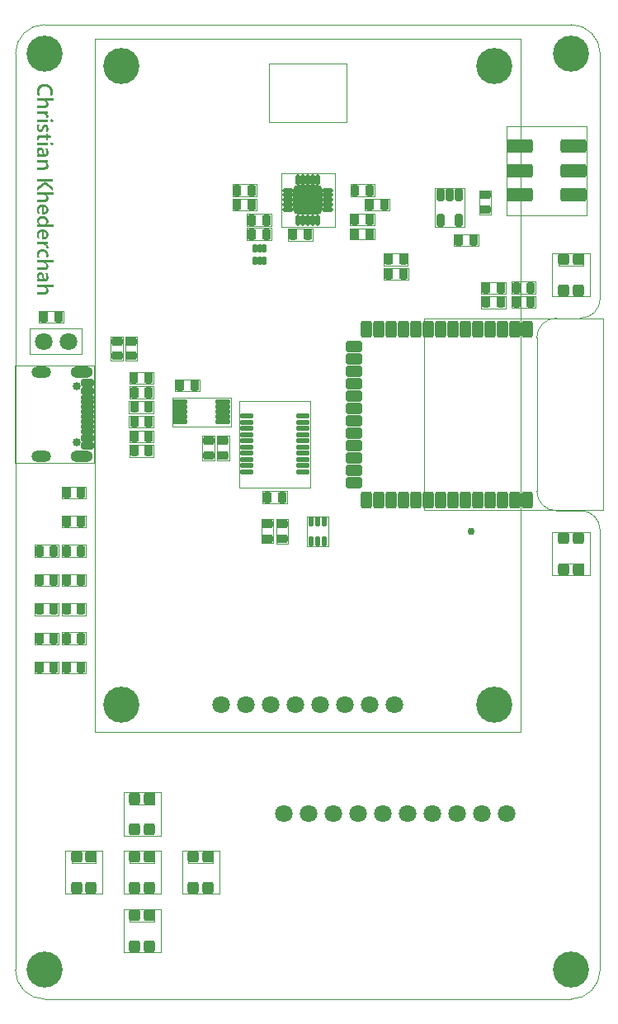
<source format=gts>
G04*
G04 #@! TF.GenerationSoftware,Altium Limited,Altium Designer,22.10.1 (41)*
G04*
G04 Layer_Color=8388736*
%FSLAX44Y44*%
%MOMM*%
G71*
G04*
G04 #@! TF.SameCoordinates,9034F27D-8993-4B38-BF2F-AE75C4F05548*
G04*
G04*
G04 #@! TF.FilePolarity,Negative*
G04*
G01*
G75*
%ADD11C,0.1000*%
G04:AMPARAMS|DCode=30|XSize=0.9032mm|YSize=1.1032mm|CornerRadius=0.1891mm|HoleSize=0mm|Usage=FLASHONLY|Rotation=0.000|XOffset=0mm|YOffset=0mm|HoleType=Round|Shape=RoundedRectangle|*
%AMROUNDEDRECTD30*
21,1,0.9032,0.7250,0,0,0.0*
21,1,0.5250,1.1032,0,0,0.0*
1,1,0.3782,0.2625,-0.3625*
1,1,0.3782,-0.2625,-0.3625*
1,1,0.3782,-0.2625,0.3625*
1,1,0.3782,0.2625,0.3625*
%
%ADD30ROUNDEDRECTD30*%
G04:AMPARAMS|DCode=31|XSize=1.7032mm|YSize=1.1032mm|CornerRadius=0.2141mm|HoleSize=0mm|Usage=FLASHONLY|Rotation=270.000|XOffset=0mm|YOffset=0mm|HoleType=Round|Shape=RoundedRectangle|*
%AMROUNDEDRECTD31*
21,1,1.7032,0.6750,0,0,270.0*
21,1,1.2750,1.1032,0,0,270.0*
1,1,0.4282,-0.3375,-0.6375*
1,1,0.4282,-0.3375,0.6375*
1,1,0.4282,0.3375,0.6375*
1,1,0.4282,0.3375,-0.6375*
%
%ADD31ROUNDEDRECTD31*%
G04:AMPARAMS|DCode=32|XSize=1.7032mm|YSize=1.1032mm|CornerRadius=0.2141mm|HoleSize=0mm|Usage=FLASHONLY|Rotation=180.000|XOffset=0mm|YOffset=0mm|HoleType=Round|Shape=RoundedRectangle|*
%AMROUNDEDRECTD32*
21,1,1.7032,0.6750,0,0,180.0*
21,1,1.2750,1.1032,0,0,180.0*
1,1,0.4282,-0.6375,0.3375*
1,1,0.4282,0.6375,0.3375*
1,1,0.4282,0.6375,-0.3375*
1,1,0.4282,-0.6375,-0.3375*
%
%ADD32ROUNDEDRECTD32*%
G04:AMPARAMS|DCode=33|XSize=0.9032mm|YSize=1.1032mm|CornerRadius=0.1891mm|HoleSize=0mm|Usage=FLASHONLY|Rotation=90.000|XOffset=0mm|YOffset=0mm|HoleType=Round|Shape=RoundedRectangle|*
%AMROUNDEDRECTD33*
21,1,0.9032,0.7250,0,0,90.0*
21,1,0.5250,1.1032,0,0,90.0*
1,1,0.3782,0.3625,0.2625*
1,1,0.3782,0.3625,-0.2625*
1,1,0.3782,-0.3625,-0.2625*
1,1,0.3782,-0.3625,0.2625*
%
%ADD33ROUNDEDRECTD33*%
G04:AMPARAMS|DCode=34|XSize=3.0032mm|YSize=3.0032mm|CornerRadius=0.4516mm|HoleSize=0mm|Usage=FLASHONLY|Rotation=180.000|XOffset=0mm|YOffset=0mm|HoleType=Round|Shape=RoundedRectangle|*
%AMROUNDEDRECTD34*
21,1,3.0032,2.1000,0,0,180.0*
21,1,2.1000,3.0032,0,0,180.0*
1,1,0.9032,-1.0500,1.0500*
1,1,0.9032,1.0500,1.0500*
1,1,0.9032,1.0500,-1.0500*
1,1,0.9032,-1.0500,-1.0500*
%
%ADD34ROUNDEDRECTD34*%
G04:AMPARAMS|DCode=35|XSize=1.1032mm|YSize=0.5032mm|CornerRadius=0.1391mm|HoleSize=0mm|Usage=FLASHONLY|Rotation=180.000|XOffset=0mm|YOffset=0mm|HoleType=Round|Shape=RoundedRectangle|*
%AMROUNDEDRECTD35*
21,1,1.1032,0.2250,0,0,180.0*
21,1,0.8250,0.5032,0,0,180.0*
1,1,0.2782,-0.4125,0.1125*
1,1,0.2782,0.4125,0.1125*
1,1,0.2782,0.4125,-0.1125*
1,1,0.2782,-0.4125,-0.1125*
%
%ADD35ROUNDEDRECTD35*%
G04:AMPARAMS|DCode=36|XSize=1.1032mm|YSize=0.5032mm|CornerRadius=0.1391mm|HoleSize=0mm|Usage=FLASHONLY|Rotation=90.000|XOffset=0mm|YOffset=0mm|HoleType=Round|Shape=RoundedRectangle|*
%AMROUNDEDRECTD36*
21,1,1.1032,0.2250,0,0,90.0*
21,1,0.8250,0.5032,0,0,90.0*
1,1,0.2782,0.1125,0.4125*
1,1,0.2782,0.1125,-0.4125*
1,1,0.2782,-0.1125,-0.4125*
1,1,0.2782,-0.1125,0.4125*
%
%ADD36ROUNDEDRECTD36*%
G04:AMPARAMS|DCode=37|XSize=0.5mm|YSize=1.37mm|CornerRadius=0.1mm|HoleSize=0mm|Usage=FLASHONLY|Rotation=270.000|XOffset=0mm|YOffset=0mm|HoleType=Round|Shape=RoundedRectangle|*
%AMROUNDEDRECTD37*
21,1,0.5000,1.1700,0,0,270.0*
21,1,0.3000,1.3700,0,0,270.0*
1,1,0.2000,-0.5850,-0.1500*
1,1,0.2000,-0.5850,0.1500*
1,1,0.2000,0.5850,0.1500*
1,1,0.2000,0.5850,-0.1500*
%
%ADD37ROUNDEDRECTD37*%
G04:AMPARAMS|DCode=38|XSize=0.5032mm|YSize=1.0032mm|CornerRadius=0.1391mm|HoleSize=0mm|Usage=FLASHONLY|Rotation=0.000|XOffset=0mm|YOffset=0mm|HoleType=Round|Shape=RoundedRectangle|*
%AMROUNDEDRECTD38*
21,1,0.5032,0.7250,0,0,0.0*
21,1,0.2250,1.0032,0,0,0.0*
1,1,0.2782,0.1125,-0.3625*
1,1,0.2782,-0.1125,-0.3625*
1,1,0.2782,-0.1125,0.3625*
1,1,0.2782,0.1125,0.3625*
%
%ADD38ROUNDEDRECTD38*%
G04:AMPARAMS|DCode=39|XSize=1.3032mm|YSize=0.8032mm|CornerRadius=0.1766mm|HoleSize=0mm|Usage=FLASHONLY|Rotation=90.000|XOffset=0mm|YOffset=0mm|HoleType=Round|Shape=RoundedRectangle|*
%AMROUNDEDRECTD39*
21,1,1.3032,0.4500,0,0,90.0*
21,1,0.9500,0.8032,0,0,90.0*
1,1,0.3532,0.2250,0.4750*
1,1,0.3532,0.2250,-0.4750*
1,1,0.3532,-0.2250,-0.4750*
1,1,0.3532,-0.2250,0.4750*
%
%ADD39ROUNDEDRECTD39*%
G04:AMPARAMS|DCode=40|XSize=0.5032mm|YSize=0.8732mm|CornerRadius=0.1391mm|HoleSize=0mm|Usage=FLASHONLY|Rotation=0.000|XOffset=0mm|YOffset=0mm|HoleType=Round|Shape=RoundedRectangle|*
%AMROUNDEDRECTD40*
21,1,0.5032,0.5950,0,0,0.0*
21,1,0.2250,0.8732,0,0,0.0*
1,1,0.2782,0.1125,-0.2975*
1,1,0.2782,-0.1125,-0.2975*
1,1,0.2782,-0.1125,0.2975*
1,1,0.2782,0.1125,0.2975*
%
%ADD40ROUNDEDRECTD40*%
G04:AMPARAMS|DCode=41|XSize=0.8032mm|YSize=1.3532mm|CornerRadius=0.1766mm|HoleSize=0mm|Usage=FLASHONLY|Rotation=270.000|XOffset=0mm|YOffset=0mm|HoleType=Round|Shape=RoundedRectangle|*
%AMROUNDEDRECTD41*
21,1,0.8032,1.0000,0,0,270.0*
21,1,0.4500,1.3532,0,0,270.0*
1,1,0.3532,-0.5000,-0.2250*
1,1,0.3532,-0.5000,0.2250*
1,1,0.3532,0.5000,0.2250*
1,1,0.3532,0.5000,-0.2250*
%
%ADD41ROUNDEDRECTD41*%
G04:AMPARAMS|DCode=42|XSize=0.5032mm|YSize=1.3532mm|CornerRadius=0.1391mm|HoleSize=0mm|Usage=FLASHONLY|Rotation=270.000|XOffset=0mm|YOffset=0mm|HoleType=Round|Shape=RoundedRectangle|*
%AMROUNDEDRECTD42*
21,1,0.5032,1.0750,0,0,270.0*
21,1,0.2250,1.3532,0,0,270.0*
1,1,0.2782,-0.5375,-0.1125*
1,1,0.2782,-0.5375,0.1125*
1,1,0.2782,0.5375,0.1125*
1,1,0.2782,0.5375,-0.1125*
%
%ADD42ROUNDEDRECTD42*%
G04:AMPARAMS|DCode=43|XSize=1.4032mm|YSize=2.7032mm|CornerRadius=0.2516mm|HoleSize=0mm|Usage=FLASHONLY|Rotation=270.000|XOffset=0mm|YOffset=0mm|HoleType=Round|Shape=RoundedRectangle|*
%AMROUNDEDRECTD43*
21,1,1.4032,2.2000,0,0,270.0*
21,1,0.9000,2.7032,0,0,270.0*
1,1,0.5032,-1.1000,-0.4500*
1,1,0.5032,-1.1000,0.4500*
1,1,0.5032,1.1000,0.4500*
1,1,0.5032,1.1000,-0.4500*
%
%ADD43ROUNDEDRECTD43*%
G04:AMPARAMS|DCode=44|XSize=1.4032mm|YSize=2.7033mm|CornerRadius=0.2516mm|HoleSize=0mm|Usage=FLASHONLY|Rotation=270.000|XOffset=0mm|YOffset=0mm|HoleType=Round|Shape=RoundedRectangle|*
%AMROUNDEDRECTD44*
21,1,1.4032,2.2001,0,0,270.0*
21,1,0.9000,2.7033,0,0,270.0*
1,1,0.5032,-1.1001,-0.4500*
1,1,0.5032,-1.1001,0.4500*
1,1,0.5032,1.1001,0.4500*
1,1,0.5032,1.1001,-0.4500*
%
%ADD44ROUNDEDRECTD44*%
G04:AMPARAMS|DCode=45|XSize=0.5032mm|YSize=1.6032mm|CornerRadius=0.1391mm|HoleSize=0mm|Usage=FLASHONLY|Rotation=270.000|XOffset=0mm|YOffset=0mm|HoleType=Round|Shape=RoundedRectangle|*
%AMROUNDEDRECTD45*
21,1,0.5032,1.3250,0,0,270.0*
21,1,0.2250,1.6032,0,0,270.0*
1,1,0.2782,-0.6625,-0.1125*
1,1,0.2782,-0.6625,0.1125*
1,1,0.2782,0.6625,0.1125*
1,1,0.2782,0.6625,-0.1125*
%
%ADD45ROUNDEDRECTD45*%
G04:AMPARAMS|DCode=46|XSize=1.2032mm|YSize=1.1032mm|CornerRadius=0.2141mm|HoleSize=0mm|Usage=FLASHONLY|Rotation=90.000|XOffset=0mm|YOffset=0mm|HoleType=Round|Shape=RoundedRectangle|*
%AMROUNDEDRECTD46*
21,1,1.2032,0.6750,0,0,90.0*
21,1,0.7750,1.1032,0,0,90.0*
1,1,0.4282,0.3375,0.3875*
1,1,0.4282,0.3375,-0.3875*
1,1,0.4282,-0.3375,-0.3875*
1,1,0.4282,-0.3375,0.3875*
%
%ADD46ROUNDEDRECTD46*%
%ADD47C,3.7032*%
%ADD48C,1.8032*%
%ADD49O,2.0032X1.2032*%
%ADD50O,2.3032X1.2032*%
%ADD51C,0.8532*%
%ADD52C,0.7532*%
%ADD53C,0.7032*%
G36*
X31780Y728030D02*
X31805Y728128D01*
X31780Y728374D01*
X31731Y728497D01*
X31694Y728730D01*
X31596Y728878D01*
X31559Y728915D01*
X31510Y729038D01*
X31387Y729259D01*
X31264Y729382D01*
X31239Y729431D01*
X30883Y729787D01*
X30662Y729910D01*
X30564Y730008D01*
X30392Y730082D01*
X30269Y730156D01*
X30121Y730254D01*
X29839Y730315D01*
X29642Y730389D01*
X29519Y730438D01*
X29421Y730463D01*
X29286Y730500D01*
X29040Y730524D01*
X28647Y730549D01*
X22418Y730537D01*
X22320Y730610D01*
X22295Y730709D01*
X22307Y730967D01*
X22295Y732650D01*
X22320Y732699D01*
X22295Y732773D01*
X22320Y733043D01*
X22381Y733104D01*
X22553Y733129D01*
X22651Y733104D01*
X38906Y733117D01*
X39004Y733068D01*
X39029Y732969D01*
X39004Y730586D01*
X38967Y730549D01*
X38795Y730524D01*
X38550Y730549D01*
X32345Y730537D01*
X31964Y730549D01*
X31841Y730475D01*
X31805Y730438D01*
X31829Y730365D01*
X31891Y730303D01*
X32013Y730254D01*
X32185Y730156D01*
X32407Y729984D01*
X32443Y729947D01*
X32468Y729898D01*
X32529Y729836D01*
X32579Y729812D01*
X32665Y729726D01*
X32689Y729677D01*
X32775Y729591D01*
X32824Y729566D01*
X32910Y729480D01*
X32935Y729431D01*
X33107Y729259D01*
X33254Y728988D01*
X33303Y728939D01*
X33328Y728890D01*
X33402Y728718D01*
X33525Y728497D01*
X33574Y728374D01*
X33598Y728276D01*
X33660Y728018D01*
X33684Y727920D01*
X33770Y727637D01*
X33795Y727539D01*
X33819Y727293D01*
X33844Y727121D01*
X33819Y726187D01*
X33795Y726114D01*
X33746Y725794D01*
X33672Y725622D01*
X33623Y725425D01*
X33586Y725241D01*
X33561Y725143D01*
X33525Y725106D01*
X33500Y725057D01*
X33451Y725008D01*
X33377Y724836D01*
X33328Y724713D01*
X33217Y724578D01*
X33156Y724516D01*
X33131Y724467D01*
X33021Y724332D01*
X32972Y724307D01*
X32910Y724221D01*
X32800Y724111D01*
X32751Y724086D01*
X32714Y724049D01*
X32689Y724000D01*
X32628Y723939D01*
X32579Y723914D01*
X32443Y723804D01*
X32407Y723767D01*
X32357Y723742D01*
X32235Y723693D01*
X32013Y723570D01*
X31891Y723496D01*
X31792Y723472D01*
X31620Y723423D01*
X31460Y723361D01*
X31252Y723275D01*
X31153Y723251D01*
X30981Y723226D01*
X30883Y723202D01*
X30564Y723177D01*
X30441Y723128D01*
X30072Y723103D01*
X29949Y723054D01*
X22418Y723042D01*
X22344Y723091D01*
X22320Y723189D01*
X22295Y723361D01*
X22320Y725524D01*
X22381Y725585D01*
X22479Y725610D01*
X22946Y725585D01*
X29003Y725598D01*
X29237Y725585D01*
X29310Y725610D01*
X29654Y725634D01*
X29728Y725659D01*
X29888Y725720D01*
X30097Y725782D01*
X30269Y725806D01*
X30367Y725831D01*
X30785Y726028D01*
X30957Y726126D01*
X31080Y726249D01*
X31252Y726347D01*
X31313Y726408D01*
X31338Y726458D01*
X31460Y726580D01*
X31583Y726802D01*
X31657Y726875D01*
X31706Y727047D01*
X31731Y727145D01*
X31768Y727305D01*
X31780Y728006D01*
Y728030D01*
D02*
G37*
G36*
X33820Y739776D02*
X33795Y739702D01*
X33771Y739456D01*
X33746Y739383D01*
X33673Y739112D01*
X33636Y738953D01*
X33611Y738805D01*
X33586Y738682D01*
X33562Y738584D01*
X33464Y738437D01*
X33402Y738302D01*
X33316Y738068D01*
X33279Y738031D01*
X33255Y737982D01*
X33206Y737933D01*
X33181Y737884D01*
X33058Y737663D01*
X32935Y737540D01*
X32911Y737491D01*
X32825Y737380D01*
X32776Y737355D01*
X32641Y737220D01*
X32628Y737184D01*
X32579Y737159D01*
X32444Y737048D01*
X32358Y736962D01*
X32186Y736889D01*
X32063Y736815D01*
X31989Y736741D01*
X31867Y736692D01*
X31768Y736667D01*
X31535Y736581D01*
X31400Y736520D01*
X31277Y736471D01*
X31178Y736446D01*
X31006Y736422D01*
X30724Y736385D01*
X30576Y736360D01*
X30306Y736336D01*
X30159Y736311D01*
X29950Y736250D01*
X26411D01*
X26387D01*
X22467Y736237D01*
X22381Y736274D01*
X22345Y736311D01*
X22295Y736508D01*
X22308Y738388D01*
X22295Y738670D01*
X22357Y738756D01*
X22455Y738781D01*
X23770Y738768D01*
X23868Y738793D01*
X23917Y738818D01*
X23942Y738916D01*
X23917Y738965D01*
X23880Y739002D01*
X23708Y739076D01*
X23659Y739100D01*
X23524Y739211D01*
X23377Y739309D01*
X23291Y739370D01*
X23254Y739407D01*
X23241Y739444D01*
X23192Y739469D01*
X23119Y739542D01*
X23069Y739567D01*
X23033Y739604D01*
X22934Y739776D01*
X22836Y739874D01*
X22811Y739923D01*
X22639Y740145D01*
X22541Y740292D01*
X22504Y740452D01*
X22418Y740587D01*
X22369Y740636D01*
X22320Y740759D01*
X22283Y740919D01*
X22259Y741041D01*
X22197Y741250D01*
X22123Y741496D01*
X22099Y741668D01*
X22074Y741988D01*
X22099Y742848D01*
X22123Y742921D01*
X22148Y743216D01*
X22246Y743437D01*
X22271Y743609D01*
X22295Y743708D01*
X22320Y743855D01*
X22394Y743978D01*
X22443Y744027D01*
X22467Y744076D01*
X22517Y744199D01*
X22578Y744359D01*
X22713Y744494D01*
X22738Y744543D01*
X22910Y744764D01*
X23266Y745120D01*
X23315Y745145D01*
X23487Y745268D01*
X23536Y745317D01*
X23708Y745391D01*
X23831Y745440D01*
X24003Y745563D01*
X24200Y745612D01*
X24372Y745637D01*
X24470Y745661D01*
X24642Y745686D01*
X24790Y745710D01*
X24962Y745784D01*
X25060Y745808D01*
X25441Y745796D01*
X25723Y745808D01*
X25797Y745784D01*
X26006Y745747D01*
X26129Y745723D01*
X26424Y745649D01*
X26718Y745600D01*
X26841Y745551D01*
X27026Y745440D01*
X27161Y745403D01*
X27284Y745354D01*
X27431Y745256D01*
X27492Y745194D01*
X27664Y745096D01*
X27996Y744764D01*
X28008Y744727D01*
X28058Y744703D01*
X28193Y744568D01*
X28266Y744445D01*
X28340Y744371D01*
X28365Y744322D01*
X28537Y744002D01*
X28611Y743929D01*
X28647Y743794D01*
X28672Y743695D01*
X28746Y743499D01*
X28783Y743462D01*
X28856Y743290D01*
X28881Y743192D01*
X28918Y742983D01*
X28967Y742737D01*
X28991Y742639D01*
X29077Y742430D01*
X29102Y742258D01*
X29188Y741385D01*
X29213Y741287D01*
X29262Y741041D01*
X29286Y740894D01*
X29335Y740648D01*
X29360Y740304D01*
X29397Y739973D01*
X29422Y739702D01*
X29446Y739629D01*
X29471Y739530D01*
X29495Y739358D01*
X29520Y739260D01*
X29544Y739088D01*
X29569Y738990D01*
X29606Y738830D01*
X29680Y738732D01*
X29827Y738707D01*
X29901Y738732D01*
X29999Y738756D01*
X30318Y738781D01*
X30490Y738805D01*
X30638Y738830D01*
X30810Y738953D01*
X30933Y739002D01*
X31092Y739063D01*
X31252Y739223D01*
X31301Y739248D01*
X31350Y739297D01*
X31400Y739321D01*
X31461Y739383D01*
X31486Y739432D01*
X31658Y739653D01*
X31731Y739825D01*
X31793Y739985D01*
X31903Y740243D01*
X31928Y740415D01*
X31977Y741054D01*
X31953Y741521D01*
X31928Y741889D01*
X31903Y741963D01*
X31867Y742098D01*
X31842Y742196D01*
X31781Y742356D01*
X31756Y742454D01*
X31695Y742811D01*
X31535Y743118D01*
X31510Y743216D01*
X31449Y743376D01*
X31387Y743462D01*
X31338Y743511D01*
X31289Y743634D01*
X31228Y743794D01*
X31043Y744052D01*
X30945Y744224D01*
X30798Y744371D01*
X30773Y744420D01*
X30699Y744494D01*
X30675Y744568D01*
X30712Y744629D01*
X30884Y744678D01*
X32776Y744654D01*
X32862Y744568D01*
X32923Y744408D01*
X32960Y744322D01*
X33070Y744187D01*
X33132Y744027D01*
X33169Y743892D01*
X33218Y743769D01*
X33378Y743413D01*
X33402Y743241D01*
X33427Y743142D01*
X33476Y743019D01*
X33574Y742798D01*
X33599Y742700D01*
X33623Y742454D01*
X33648Y742282D01*
X33673Y742184D01*
X33697Y741963D01*
X33771Y741791D01*
X33795Y741693D01*
X33820Y741250D01*
X33845Y741177D01*
X33820Y739776D01*
D02*
G37*
G36*
X22410Y755539D02*
X22324Y755601D01*
X22299Y755699D01*
X22312Y755982D01*
X22299Y757665D01*
X22324Y757714D01*
X22299Y757788D01*
X22324Y758058D01*
X22361Y758095D01*
X22459Y758120D01*
X38972Y758095D01*
X39033Y758034D01*
X39009Y755601D01*
X38972Y755564D01*
X38874Y755539D01*
X32006Y755552D01*
X31907Y755527D01*
X31834Y755478D01*
X31809Y755404D01*
X31871Y755318D01*
X32116Y755220D01*
X32251Y755109D01*
X32423Y754986D01*
X32448Y754937D01*
X32608Y754778D01*
X32645Y754765D01*
X32669Y754716D01*
X32829Y754556D01*
X32878Y754532D01*
X32976Y754384D01*
X33111Y754274D01*
X33161Y754151D01*
X33234Y754028D01*
X33283Y753979D01*
X33308Y753930D01*
X33406Y753709D01*
X33505Y753537D01*
X33578Y753365D01*
X33603Y753266D01*
X33640Y753107D01*
X33664Y753008D01*
X33775Y752652D01*
X33799Y752554D01*
X33849Y752013D01*
X33824Y751202D01*
X33799Y751128D01*
X33763Y750871D01*
X33627Y750441D01*
X33591Y750232D01*
X33541Y750109D01*
X33505Y750072D01*
X33480Y750023D01*
X33431Y749974D01*
X33369Y749814D01*
X33320Y749691D01*
X33185Y749556D01*
X33161Y749507D01*
X33050Y749372D01*
X32608Y748929D01*
X32559Y748905D01*
X32423Y748794D01*
X32362Y748733D01*
X32129Y748647D01*
X31981Y748548D01*
X31846Y748487D01*
X31748Y748462D01*
X31576Y748413D01*
X31354Y748315D01*
X31182Y748266D01*
X31084Y748241D01*
X30912Y748217D01*
X30580Y748180D01*
X30445Y748143D01*
X30101Y748118D01*
X29978Y748069D01*
X29806Y748045D01*
X22471Y748032D01*
X22385Y748069D01*
X22349Y748106D01*
X22299Y748303D01*
X22324Y750514D01*
X22361Y750576D01*
X22484Y750625D01*
X22729Y750600D01*
X29585Y750625D01*
X29659Y750649D01*
X29794Y750686D01*
X29917Y750735D01*
X30052Y750772D01*
X30150Y750797D01*
X30359Y750834D01*
X30482Y750883D01*
X30666Y750993D01*
X30765Y751018D01*
X30937Y751116D01*
X30998Y751153D01*
X31023Y751202D01*
X31232Y751337D01*
X31342Y751448D01*
X31367Y751497D01*
X31490Y751620D01*
X31588Y751792D01*
X31686Y751939D01*
X31711Y752038D01*
X31748Y752197D01*
X31772Y752320D01*
X31797Y753057D01*
X31809Y753266D01*
X31785Y753340D01*
X31735Y753537D01*
X31699Y753721D01*
X31662Y753807D01*
X31563Y753905D01*
X31502Y754065D01*
X31453Y754188D01*
X31293Y754348D01*
X31268Y754397D01*
X31158Y754532D01*
X31109Y754581D01*
X31060Y754606D01*
X30998Y754667D01*
X30974Y754716D01*
X30888Y754802D01*
X30728Y754864D01*
X30691Y754900D01*
X30642Y754925D01*
X30544Y755023D01*
X30372Y755097D01*
X30322Y755122D01*
X30150Y755245D01*
X29954Y755294D01*
X29819Y755331D01*
X29622Y755404D01*
X29339Y755490D01*
X29241Y755515D01*
X28922Y755539D01*
X22435D01*
X22410D01*
D02*
G37*
G36*
X25450Y766204D02*
X25401Y766155D01*
X25278Y766081D01*
X25131Y765934D01*
X25081Y765909D01*
X25032Y765860D01*
X24983Y765835D01*
X24922Y765774D01*
X24897Y765725D01*
X24725Y765504D01*
X24578Y765233D01*
X24529Y765184D01*
X24504Y765135D01*
X24455Y765086D01*
X24381Y764840D01*
X24234Y764594D01*
X24209Y764496D01*
X24185Y764324D01*
X24148Y764042D01*
X24123Y763943D01*
X24111Y762702D01*
X24135Y762629D01*
X24160Y762530D01*
X24221Y762174D01*
X24381Y761867D01*
X24418Y761707D01*
X24467Y761584D01*
X24529Y761523D01*
X24553Y761474D01*
X24602Y761424D01*
X24651Y761302D01*
X24750Y761130D01*
X24873Y761007D01*
X24897Y760958D01*
X24946Y760835D01*
X24922Y760736D01*
X24811Y760700D01*
X22870Y760724D01*
X22808Y760761D01*
X22759Y760884D01*
X22698Y761044D01*
X22636Y761130D01*
X22587Y761179D01*
X22538Y761351D01*
X22514Y761449D01*
X22452Y761609D01*
X22403Y761732D01*
X22342Y761867D01*
X22292Y762063D01*
X22256Y762321D01*
X22219Y762457D01*
X22194Y762555D01*
X22170Y762727D01*
X22145Y762825D01*
X22120Y762997D01*
X22096Y763095D01*
X22071Y763489D01*
X22096Y764693D01*
X22120Y764766D01*
X22145Y764987D01*
X22194Y765110D01*
X22243Y765307D01*
X22280Y765590D01*
X22329Y765835D01*
X22378Y765958D01*
X22489Y766143D01*
X22526Y766327D01*
X22600Y766523D01*
X22636Y766560D01*
X22661Y766609D01*
X22710Y766658D01*
X22772Y766818D01*
X22821Y766941D01*
X22858Y766978D01*
X22870Y767015D01*
X22907Y767027D01*
X22931Y767076D01*
X22980Y767125D01*
X23030Y767248D01*
X23140Y767383D01*
X23226Y767469D01*
X23251Y767519D01*
X23423Y767691D01*
X23447Y767740D01*
X23619Y767961D01*
X23767Y768059D01*
X23853Y768121D01*
X24025Y768293D01*
X24074Y768317D01*
X24221Y768465D01*
X24271Y768489D01*
X24443Y768612D01*
X24492Y768661D01*
X24664Y768735D01*
X24836Y768833D01*
X24909Y768907D01*
X25032Y768956D01*
X25229Y769005D01*
X25647Y769202D01*
X26003Y769263D01*
X26212Y769325D01*
X26556Y769423D01*
X26728Y769447D01*
X27637Y769472D01*
X28816Y769447D01*
X28890Y769423D01*
X29087Y769374D01*
X29345Y769312D01*
X29455Y769276D01*
X29652Y769226D01*
X29934Y769190D01*
X30094Y769128D01*
X30242Y769030D01*
X30401Y768993D01*
X30500Y768968D01*
X30696Y768846D01*
X30733Y768809D01*
X30856Y768760D01*
X31016Y768698D01*
X31274Y768514D01*
X31372Y768489D01*
X31421Y768440D01*
X31458Y768428D01*
X31483Y768379D01*
X31544Y768317D01*
X31593Y768293D01*
X31765Y768170D01*
X31913Y768022D01*
X32036Y767949D01*
X32392Y767592D01*
X32416Y767543D01*
X32527Y767408D01*
X32638Y767297D01*
X32736Y767125D01*
X32797Y767064D01*
X32834Y767052D01*
X32859Y767002D01*
X33031Y766683D01*
X33080Y766634D01*
X33178Y766388D01*
X33276Y766216D01*
X33326Y766167D01*
X33399Y765872D01*
X33485Y765639D01*
X33596Y765381D01*
X33633Y765098D01*
X33706Y764803D01*
X33780Y764435D01*
X33805Y764115D01*
X33829Y763992D01*
X33842Y762751D01*
X33817Y762678D01*
X33780Y762444D01*
X33756Y762199D01*
X33694Y761990D01*
X33645Y761793D01*
X33584Y761388D01*
X33559Y761289D01*
X33424Y761031D01*
X33375Y760810D01*
X33338Y760749D01*
X33289Y760724D01*
X33215Y760700D01*
X31225Y760724D01*
X31163Y760786D01*
X31188Y760933D01*
X31360Y761253D01*
X31409Y761302D01*
X31483Y761474D01*
X31507Y761572D01*
X31569Y761732D01*
X31679Y761990D01*
X31704Y762088D01*
X31728Y762260D01*
X31753Y762604D01*
X31778Y762678D01*
X31802Y762850D01*
X31778Y763169D01*
X31790Y763673D01*
X31765Y763796D01*
X31741Y763943D01*
X31716Y764189D01*
X31692Y764336D01*
X31642Y764459D01*
X31532Y764643D01*
X31495Y764779D01*
X31409Y764963D01*
X31360Y765012D01*
X31335Y765061D01*
X31188Y765332D01*
X31065Y765454D01*
X30967Y765627D01*
X30881Y765688D01*
X30745Y765823D01*
X30721Y765872D01*
X30573Y765971D01*
X30414Y766130D01*
X30242Y766228D01*
X30143Y766327D01*
X30020Y766376D01*
X29861Y766437D01*
X29775Y766499D01*
X29652Y766572D01*
X29455Y766622D01*
X29320Y766658D01*
X29124Y766732D01*
X28841Y766818D01*
X28743Y766843D01*
X27907Y766867D01*
X26875Y766843D01*
X26802Y766818D01*
X26666Y766781D01*
X26359Y766646D01*
X26150Y766609D01*
X26028Y766560D01*
X25942Y766474D01*
X25769Y766401D01*
X25548Y766278D01*
X25475Y766204D01*
X25450D01*
D02*
G37*
G36*
X22600Y774387D02*
X22526Y774362D01*
X22379Y774387D01*
X22317Y774448D01*
X22293Y774620D01*
X22317Y776832D01*
X22403Y776942D01*
X33535Y776918D01*
X33572Y776881D01*
X33596Y776709D01*
X33609Y774559D01*
X33584Y774460D01*
X33510Y774387D01*
X33412Y774362D01*
X33093Y774387D01*
X31704Y774399D01*
X31495Y774362D01*
X31434Y774301D01*
X31458Y774251D01*
X31495Y774215D01*
X31594Y774190D01*
X32110Y773944D01*
X32282Y773846D01*
X32454Y773723D01*
X32662Y773613D01*
X32687Y773564D01*
X32749Y773502D01*
X32798Y773477D01*
X32933Y773367D01*
X33129Y773170D01*
X33154Y773121D01*
X33240Y773011D01*
X33289Y772986D01*
X33326Y772949D01*
X33351Y772900D01*
X33473Y772679D01*
X33523Y772630D01*
X33547Y772580D01*
X33621Y772409D01*
X33658Y772273D01*
X33768Y772015D01*
X33805Y771856D01*
X33830Y771757D01*
X33842Y771008D01*
X33818Y770934D01*
X33793Y770787D01*
X33596Y770418D01*
X33461Y770357D01*
X32921Y770381D01*
X31360Y770369D01*
X31237Y770394D01*
X31188Y770443D01*
X31213Y770590D01*
X31336Y770811D01*
X31385Y770860D01*
X31458Y771032D01*
X31508Y771573D01*
X31483Y772114D01*
X31458Y772187D01*
X31434Y772409D01*
X31385Y772458D01*
X31360Y772507D01*
X31311Y772556D01*
X31262Y772728D01*
X31164Y772900D01*
X31090Y772974D01*
X31065Y773023D01*
X30942Y773195D01*
X30856Y773256D01*
X30770Y773342D01*
X30746Y773391D01*
X30684Y773453D01*
X30635Y773477D01*
X30525Y773564D01*
X30500Y773613D01*
X30463Y773650D01*
X30144Y773821D01*
X30095Y773871D01*
X29972Y773920D01*
X29812Y773981D01*
X29628Y774092D01*
X29456Y774141D01*
X29161Y774190D01*
X29063Y774215D01*
X28903Y774276D01*
X28792Y774313D01*
X28694Y774337D01*
X28375Y774362D01*
X28301Y774387D01*
X22625D01*
X22600D01*
D02*
G37*
G36*
X33820Y783589D02*
X33795Y783515D01*
X33771Y783147D01*
X33673Y782926D01*
X33636Y782717D01*
X33611Y782594D01*
X33586Y782447D01*
X33537Y782324D01*
X33427Y782139D01*
X33316Y781832D01*
X33255Y781746D01*
X33156Y781599D01*
X33107Y781476D01*
X32997Y781341D01*
X32935Y781279D01*
X32812Y781058D01*
X32727Y780997D01*
X32641Y780911D01*
X32616Y780862D01*
X32555Y780800D01*
X32505Y780776D01*
X32395Y780665D01*
X32370Y780616D01*
X32333Y780579D01*
X32112Y780456D01*
X32039Y780382D01*
X31989Y780358D01*
X31817Y780259D01*
X31731Y780198D01*
X31719Y780161D01*
X31670Y780137D01*
X31498Y780063D01*
X31338Y780002D01*
X31228Y779891D01*
X31056Y779842D01*
X30896Y779805D01*
X30773Y779756D01*
X30515Y779645D01*
X30417Y779621D01*
X30036Y779559D01*
X29716Y779510D01*
X29581Y779449D01*
X29483Y779424D01*
X29090Y779399D01*
X29016Y779375D01*
X27370Y779399D01*
X27308Y779461D01*
X27284Y779608D01*
X27308Y779682D01*
X27284Y787005D01*
X27222Y787091D01*
X27124Y787115D01*
X26780Y787091D01*
X26706Y787066D01*
X26571Y787029D01*
X26411Y786968D01*
X26116Y786919D01*
X25981Y786882D01*
X25858Y786833D01*
X25797Y786771D01*
X25625Y786698D01*
X25465Y786636D01*
X25318Y786513D01*
X25281Y786476D01*
X25232Y786452D01*
X25097Y786341D01*
X25011Y786231D01*
X24962Y786206D01*
X24851Y786096D01*
X24826Y786046D01*
X24790Y786010D01*
X24740Y785985D01*
X24679Y785923D01*
X24556Y785702D01*
X24458Y785604D01*
X24409Y785481D01*
X24372Y785346D01*
X24286Y785211D01*
X24237Y785162D01*
X24188Y784990D01*
X24151Y784732D01*
X24126Y784633D01*
X24077Y784511D01*
X24040Y784375D01*
X24016Y784081D01*
X23991Y784007D01*
X23966Y783909D01*
X23991Y783122D01*
X24016Y783048D01*
X24040Y782950D01*
X24028Y782791D01*
X24052Y782692D01*
X24114Y782557D01*
X24138Y782459D01*
X24163Y782287D01*
X24224Y781906D01*
X24274Y781783D01*
X24360Y781623D01*
X24409Y781451D01*
X24470Y781292D01*
X24507Y781255D01*
X24532Y781206D01*
X24581Y781156D01*
X24630Y781034D01*
X24704Y780837D01*
X24814Y780702D01*
X24912Y780554D01*
X24974Y780419D01*
X24949Y780321D01*
X24839Y780284D01*
X23155Y780272D01*
X23069Y780309D01*
X22983Y780395D01*
X22959Y780444D01*
X22848Y780579D01*
X22811Y780616D01*
X22701Y780923D01*
X22590Y781132D01*
X22541Y781304D01*
X22517Y781402D01*
X22480Y781562D01*
X22431Y781685D01*
X22320Y781943D01*
X22283Y782225D01*
X22259Y782373D01*
X22246Y782385D01*
X22222Y782704D01*
X22197Y782827D01*
X22123Y782999D01*
X22099Y783515D01*
X22074Y783589D01*
X22099Y785088D01*
X22123Y785162D01*
X22148Y785481D01*
X22222Y785653D01*
X22246Y785751D01*
X22283Y785985D01*
X22308Y786182D01*
X22332Y786280D01*
X22381Y786403D01*
X22418Y786440D01*
X22443Y786489D01*
X22517Y786661D01*
X22541Y786808D01*
X22639Y786980D01*
X22689Y787029D01*
X22713Y787078D01*
X22787Y787251D01*
X22811Y787300D01*
X22959Y787447D01*
X23106Y787717D01*
X23327Y787939D01*
X23352Y787988D01*
X23438Y788049D01*
X23573Y788184D01*
X23598Y788233D01*
X23684Y788295D01*
X23794Y788405D01*
X23819Y788455D01*
X24126Y788639D01*
X24249Y788762D01*
X24372Y788811D01*
X24421Y788835D01*
X24556Y788946D01*
X24765Y789032D01*
X24863Y789057D01*
X25035Y789155D01*
X25256Y789253D01*
X25441Y789290D01*
X25539Y789315D01*
X25846Y789450D01*
X26190Y789499D01*
X26497Y789536D01*
X26620Y789560D01*
X26890Y789585D01*
X27038Y789609D01*
X27136Y789634D01*
X27259Y789659D01*
X28525Y789671D01*
X28647Y789622D01*
X28746Y789597D01*
X28856Y789585D01*
X29016Y789597D01*
X29090Y789573D01*
X29262Y789523D01*
X29508Y789499D01*
X29790Y789437D01*
X29913Y789388D01*
X30171Y789278D01*
X30404Y789241D01*
X30527Y789192D01*
X30638Y789106D01*
X30761Y789057D01*
X30859Y789032D01*
X31019Y788971D01*
X31154Y788835D01*
X31277Y788786D01*
X31449Y788688D01*
X31498Y788639D01*
X31547Y788614D01*
X31719Y788491D01*
X31867Y788344D01*
X32088Y788221D01*
X32125Y788184D01*
X32149Y788135D01*
X32284Y788000D01*
X32333Y787975D01*
X32395Y787889D01*
X32591Y787693D01*
X32616Y787644D01*
X32665Y787595D01*
X32690Y787545D01*
X32800Y787410D01*
X32886Y787324D01*
X32984Y787152D01*
X33034Y787103D01*
X33058Y787054D01*
X33230Y786734D01*
X33304Y786661D01*
X33353Y786538D01*
X33390Y786403D01*
X33414Y786304D01*
X33525Y786096D01*
X33599Y785923D01*
X33648Y785580D01*
X33673Y785481D01*
X33709Y785346D01*
X33771Y785211D01*
X33795Y785113D01*
X33820Y784744D01*
X33845Y784670D01*
X33820Y783589D01*
D02*
G37*
G36*
X39010Y792386D02*
X38875Y792325D01*
X38482Y792349D01*
X22448Y792337D01*
X22362Y792374D01*
X22325Y792411D01*
X22301Y792509D01*
X22313Y792792D01*
X22301Y794475D01*
X22325Y794499D01*
X22301Y794573D01*
X22325Y794843D01*
X22387Y794905D01*
X22485Y794929D01*
X22952Y794905D01*
X23578Y794917D01*
X23935Y794905D01*
X24094Y794991D01*
X24070Y795114D01*
X24033Y795151D01*
X23873Y795212D01*
X23787Y795249D01*
X23738Y795298D01*
X23689Y795323D01*
X23615Y795396D01*
X23566Y795421D01*
X23431Y795556D01*
X23419Y795593D01*
X23369Y795618D01*
X23210Y795777D01*
X23185Y795826D01*
X23099Y795888D01*
X22989Y795998D01*
X22964Y796048D01*
X22817Y796195D01*
X22743Y796367D01*
X22718Y796416D01*
X22608Y796551D01*
X22571Y796588D01*
X22522Y796711D01*
X22485Y796846D01*
X22387Y796994D01*
X22325Y797129D01*
X22301Y797301D01*
X22276Y797399D01*
X22239Y797559D01*
X22165Y797755D01*
X22129Y797866D01*
X22092Y798222D01*
X22079Y799340D01*
X22104Y799414D01*
X22141Y799574D01*
X22165Y799672D01*
X22202Y799807D01*
X22251Y800004D01*
X22288Y800163D01*
X22313Y800286D01*
X22337Y800385D01*
X22460Y800581D01*
X22583Y800901D01*
X22669Y801036D01*
X22718Y801085D01*
X22841Y801306D01*
X22964Y801429D01*
X22989Y801478D01*
X23161Y801699D01*
X23419Y801957D01*
X23468Y801982D01*
X23517Y802031D01*
X23566Y802056D01*
X23714Y802203D01*
X23886Y802301D01*
X24008Y802424D01*
X24180Y802498D01*
X24352Y802596D01*
X24402Y802645D01*
X24524Y802694D01*
X24758Y802780D01*
X24795Y802817D01*
X24844Y802842D01*
X25016Y802916D01*
X25114Y802940D01*
X25286Y802989D01*
X25593Y803100D01*
X25728Y803137D01*
X25827Y803161D01*
X25999Y803186D01*
X26281Y803223D01*
X26429Y803247D01*
X26699Y803272D01*
X26822Y803297D01*
X26920Y803321D01*
X27043Y803346D01*
X28358Y803358D01*
X28481Y803309D01*
X28579Y803284D01*
X29107Y803223D01*
X29304Y803198D01*
X29636Y803161D01*
X29734Y803137D01*
X29967Y803051D01*
X30176Y802989D01*
X30373Y802940D01*
X30532Y802903D01*
X30655Y802854D01*
X30692Y802817D01*
X30741Y802793D01*
X30913Y802719D01*
X31110Y802670D01*
X31245Y802559D01*
X31282Y802522D01*
X31405Y802473D01*
X31577Y802375D01*
X31626Y802326D01*
X31675Y802301D01*
X31933Y802166D01*
X31958Y802117D01*
X32044Y802031D01*
X32093Y802006D01*
X32228Y801896D01*
X32289Y801834D01*
X32339Y801810D01*
X32523Y801626D01*
X32535Y801589D01*
X32584Y801564D01*
X32744Y801404D01*
X32768Y801355D01*
X32891Y801232D01*
X32916Y801183D01*
X33026Y801048D01*
X33088Y800987D01*
X33137Y800864D01*
X33211Y800741D01*
X33321Y800606D01*
X33383Y800446D01*
X33420Y800311D01*
X33469Y800188D01*
X33506Y800151D01*
X33530Y800102D01*
X33579Y799979D01*
X33604Y799881D01*
X33629Y799709D01*
X33678Y799537D01*
X33751Y799291D01*
X33788Y799082D01*
X33813Y798959D01*
X33837Y798812D01*
X33850Y797817D01*
X33825Y797743D01*
X33751Y797276D01*
X33702Y797153D01*
X33629Y796908D01*
X33592Y796699D01*
X33506Y796563D01*
X33407Y796416D01*
X33370Y796281D01*
X33321Y796158D01*
X33186Y796023D01*
X33162Y795974D01*
X33051Y795814D01*
X33002Y795789D01*
X32965Y795753D01*
X32940Y795704D01*
X32891Y795654D01*
X32867Y795605D01*
X32682Y795421D01*
X32633Y795396D01*
X32498Y795286D01*
X32461Y795249D01*
X32412Y795224D01*
X32191Y795101D01*
X32154Y795065D01*
X32179Y794991D01*
X32240Y794929D01*
X32412Y794905D01*
X32940Y794917D01*
X36835Y794905D01*
X36860D01*
X38936Y794917D01*
X39010Y794868D01*
X39035Y794770D01*
X39010Y792386D01*
D02*
G37*
G36*
X33820Y809292D02*
X33795Y809219D01*
X33771Y808875D01*
X33697Y808702D01*
X33673Y808604D01*
X33599Y808186D01*
X33537Y808027D01*
X33439Y807879D01*
X33402Y807769D01*
X33341Y807609D01*
X33218Y807412D01*
X33058Y807130D01*
X32984Y807056D01*
X32960Y807007D01*
X32911Y806958D01*
X32812Y806786D01*
X32284Y806257D01*
X32063Y806135D01*
X31989Y806061D01*
X31768Y805938D01*
X31645Y805815D01*
X31510Y805778D01*
X31350Y805717D01*
X31252Y805619D01*
X31129Y805570D01*
X30871Y805508D01*
X30748Y805459D01*
X30490Y805348D01*
X30257Y805311D01*
X30110Y805287D01*
X29987Y805262D01*
X29790Y805238D01*
X29692Y805213D01*
X29557Y805152D01*
X29458Y805127D01*
X29016Y805103D01*
X28942Y805078D01*
X27394Y805103D01*
X27308Y805189D01*
X27284Y805311D01*
X27308Y805385D01*
Y809366D01*
X27284Y812732D01*
X27198Y812818D01*
X27026Y812843D01*
X26952Y812818D01*
X26780Y812794D01*
X26596Y812757D01*
X26460Y812695D01*
X26264Y812646D01*
X26030Y812609D01*
X25871Y812548D01*
X25723Y812450D01*
X25600Y812401D01*
X25502Y812376D01*
X25367Y812265D01*
X25306Y812204D01*
X25256Y812179D01*
X25121Y812069D01*
X24654Y811602D01*
X24556Y811430D01*
X24482Y811356D01*
X24458Y811307D01*
X24409Y811184D01*
X24372Y811049D01*
X24310Y810963D01*
X24261Y810914D01*
X24237Y810865D01*
X24188Y810742D01*
X24163Y810447D01*
X24138Y810373D01*
X24040Y810128D01*
X24016Y809808D01*
X23991Y809734D01*
X23966Y809563D01*
X23991Y808825D01*
X24040Y808702D01*
X24028Y808518D01*
X24052Y808395D01*
X24114Y808260D01*
X24138Y808162D01*
X24163Y807990D01*
X24224Y807609D01*
X24274Y807486D01*
X24310Y807449D01*
X24384Y807277D01*
X24421Y807142D01*
X24470Y807019D01*
X24532Y806933D01*
X24654Y806663D01*
X24753Y806491D01*
X24925Y806245D01*
X24974Y806122D01*
X24949Y806049D01*
X24912Y806012D01*
X24814Y805987D01*
X23069Y806012D01*
X23008Y806073D01*
X22983Y806122D01*
X22873Y806257D01*
X22811Y806319D01*
X22762Y806491D01*
X22713Y806614D01*
X22689Y806663D01*
X22541Y806982D01*
X22480Y807265D01*
X22431Y807388D01*
X22369Y807523D01*
X22320Y807695D01*
X22295Y807867D01*
X22259Y808076D01*
X22234Y808199D01*
X22209Y808494D01*
X22160Y808616D01*
X22123Y808727D01*
X22099Y809219D01*
X22074Y809292D01*
X22099Y810791D01*
X22123Y810865D01*
X22148Y811209D01*
X22222Y811381D01*
X22246Y811479D01*
X22271Y811651D01*
X22295Y811749D01*
X22320Y811995D01*
X22418Y812167D01*
X22467Y812216D01*
X22517Y812388D01*
X22553Y812548D01*
X22639Y812683D01*
X22689Y812732D01*
X22762Y812904D01*
X22861Y813076D01*
X22983Y813199D01*
X23106Y813420D01*
X23278Y813593D01*
X23303Y813642D01*
X23856Y814194D01*
X23905Y814219D01*
X24077Y814317D01*
X24224Y814465D01*
X24347Y814514D01*
X24519Y814612D01*
X24593Y814686D01*
X24716Y814735D01*
X24876Y814772D01*
X25072Y814895D01*
X25232Y814956D01*
X25490Y815018D01*
X25736Y815116D01*
X25895Y815177D01*
X26768Y815288D01*
X26989Y815312D01*
X27087Y815337D01*
X27210Y815362D01*
X27542Y815398D01*
X27640Y815374D01*
X28193Y815386D01*
X28623Y815349D01*
X28746Y815300D01*
X29139Y815276D01*
X29213Y815251D01*
X29311Y815227D01*
X29618Y815190D01*
X29741Y815165D01*
X29938Y815091D01*
X30073Y815030D01*
X30245Y814981D01*
X30429Y814944D01*
X30552Y814895D01*
X30613Y814833D01*
X30662Y814809D01*
X30785Y814760D01*
X30920Y814723D01*
X31006Y814686D01*
X31105Y814588D01*
X31154Y814563D01*
X31473Y814391D01*
X31547Y814317D01*
X31596Y814293D01*
X31768Y814170D01*
X31805Y814133D01*
X31817Y814096D01*
X31867Y814072D01*
X32100Y813912D01*
X32395Y813617D01*
X32419Y813568D01*
X32616Y813371D01*
X32641Y813322D01*
X32812Y813101D01*
X32886Y813027D01*
X32984Y812855D01*
X33058Y812782D01*
X33083Y812732D01*
X33255Y812413D01*
X33304Y812364D01*
X33353Y812241D01*
X33378Y812143D01*
X33464Y811909D01*
X33500Y811872D01*
X33574Y811700D01*
X33623Y811504D01*
X33685Y811148D01*
X33709Y811049D01*
X33771Y810914D01*
X33795Y810816D01*
X33820Y810472D01*
X33845Y810398D01*
X33820Y809292D01*
D02*
G37*
G36*
X33670Y820350D02*
X33609Y820043D01*
X33584Y819945D01*
X33498Y819809D01*
X33375Y819539D01*
X33277Y819367D01*
X33179Y819269D01*
X33056Y819048D01*
X32970Y818986D01*
X32859Y818876D01*
X32835Y818826D01*
X32798Y818790D01*
X32749Y818765D01*
X32699Y818716D01*
X32662Y818704D01*
X32638Y818654D01*
X32552Y818568D01*
X32392Y818507D01*
X32257Y818421D01*
X32159Y818323D01*
X31962Y818273D01*
X31802Y818212D01*
X31766Y818175D01*
X31716Y818151D01*
X31544Y818077D01*
X31446Y818052D01*
X31274Y818028D01*
X31114Y817991D01*
X30992Y817942D01*
X30856Y817905D01*
X30648Y817868D01*
X30512Y817831D01*
X30303Y817819D01*
X30168Y817831D01*
X30095Y817807D01*
X29701Y817782D01*
X22379Y817807D01*
X22317Y817868D01*
X22293Y817966D01*
X22317Y820252D01*
X22403Y820338D01*
X22502Y820362D01*
X22747Y820338D01*
X29505Y820362D01*
X29579Y820387D01*
X29923Y820411D01*
X29996Y820436D01*
X30144Y820461D01*
X30340Y820583D01*
X30439Y820608D01*
X30660Y820657D01*
X30795Y820768D01*
X30955Y820854D01*
X31127Y820952D01*
X31458Y821284D01*
X31483Y821333D01*
X31606Y821554D01*
X31704Y821702D01*
X31729Y821873D01*
X31753Y821972D01*
X31778Y822144D01*
X31802Y822242D01*
X31778Y822660D01*
X31802Y822734D01*
X31766Y823065D01*
X31741Y823213D01*
X31716Y823335D01*
X31692Y823434D01*
X31606Y823569D01*
X31409Y823938D01*
X31286Y824060D01*
X31262Y824110D01*
X31176Y824196D01*
X31127Y824220D01*
X31041Y824306D01*
X31016Y824355D01*
X30930Y824441D01*
X30881Y824466D01*
X30758Y824589D01*
X30709Y824613D01*
X30488Y824736D01*
X30390Y824835D01*
X30267Y824884D01*
X30107Y824921D01*
X29701Y825105D01*
X29456Y825129D01*
X29259Y825179D01*
X29014Y825252D01*
X28842Y825277D01*
X22440Y825265D01*
X22342Y825338D01*
X22293Y825510D01*
X22317Y827697D01*
X22403Y827808D01*
X22526Y827832D01*
X22600Y827808D01*
X22760Y827795D01*
X38548Y827808D01*
X38621Y827783D01*
X38695Y827808D01*
X38855Y827820D01*
X38941Y827783D01*
X39002Y827722D01*
X39027Y827550D01*
X39002Y825363D01*
X38941Y825277D01*
X38843Y825252D01*
X38523Y825277D01*
X31852Y825289D01*
X31827Y825215D01*
X31852Y825166D01*
X31950Y825068D01*
X31974Y825019D01*
X32024Y824970D01*
X32036Y824933D01*
X32085Y824908D01*
X32318Y824749D01*
X32404Y824662D01*
X32454Y824638D01*
X32884Y824208D01*
X32908Y824159D01*
X33080Y823987D01*
X33105Y823938D01*
X33203Y823766D01*
X33326Y823643D01*
X33437Y823335D01*
X33498Y823250D01*
X33596Y823028D01*
X33633Y822795D01*
X33658Y822697D01*
X33707Y822574D01*
X33768Y822414D01*
X33793Y822119D01*
X33818Y822046D01*
X33842Y821947D01*
X33818Y820866D01*
X33793Y820792D01*
X33682Y820387D01*
X33670Y820375D01*
Y820350D01*
D02*
G37*
G36*
X22870Y833238D02*
X22968Y833337D01*
X23140Y833435D01*
X23263Y833558D01*
X23312Y833582D01*
X23533Y833754D01*
X23607Y833828D01*
X23656Y833853D01*
X23877Y834025D01*
X24049Y834123D01*
X24197Y834270D01*
X24246Y834295D01*
X24467Y834467D01*
X24516Y834516D01*
X24688Y834614D01*
X24787Y834713D01*
X24836Y834737D01*
X25069Y834897D01*
X25131Y834983D01*
X25180Y835008D01*
X25352Y835130D01*
X25450Y835229D01*
X25499Y835253D01*
X25720Y835425D01*
X25917Y835548D01*
X25966Y835573D01*
X26003Y835610D01*
X26015Y835647D01*
X26065Y835671D01*
X26114Y835720D01*
X26237Y835794D01*
X26409Y835966D01*
X26531Y836040D01*
X26630Y836138D01*
X26679Y836162D01*
X26851Y836261D01*
X26974Y836384D01*
X27023Y836408D01*
X27195Y836531D01*
X27318Y836654D01*
X27490Y836752D01*
X27613Y836875D01*
X27785Y836973D01*
X27907Y837096D01*
X27957Y837121D01*
X28129Y837244D01*
X28227Y837342D01*
X28276Y837367D01*
X28448Y837489D01*
X28546Y837588D01*
X28767Y837711D01*
X28890Y837833D01*
X28939Y837858D01*
X29075Y837969D01*
X29161Y838055D01*
X29210Y838079D01*
X29382Y838202D01*
X29455Y838276D01*
X29505Y838300D01*
X29677Y838399D01*
X29775Y838497D01*
X29824Y838521D01*
X29984Y838632D01*
X29996Y838693D01*
X29947Y838767D01*
X29849Y838792D01*
X29222Y838780D01*
X22649Y838792D01*
X22575Y838767D01*
X22379Y838792D01*
X22317Y838853D01*
X22293Y839025D01*
X22305Y840979D01*
X22293Y841286D01*
X22354Y841372D01*
X22452Y841396D01*
X22784Y841384D01*
X37589Y841396D01*
X37663Y841372D01*
X37761Y841396D01*
X38031Y841372D01*
X38068Y841335D01*
X38093Y841237D01*
X38080Y840905D01*
X38093Y839296D01*
X38068Y839222D01*
X38093Y839124D01*
X38068Y838853D01*
X38007Y838792D01*
X37908Y838767D01*
X37442Y838792D01*
X31139Y838780D01*
X30856Y838792D01*
X30770Y838730D01*
X30795Y838632D01*
X30856Y838571D01*
X30905Y838546D01*
X31077Y838374D01*
X31126Y838350D01*
X31298Y838227D01*
X31372Y838153D01*
X31421Y838128D01*
X31470Y838079D01*
X31520Y838055D01*
X31655Y837944D01*
X31692Y837907D01*
X31741Y837883D01*
X31913Y837760D01*
X32011Y837661D01*
X32060Y837637D01*
X32232Y837514D01*
X32331Y837416D01*
X32380Y837391D01*
X32601Y837219D01*
X32650Y837170D01*
X32871Y837047D01*
X32920Y836973D01*
X32969Y836949D01*
X33129Y836838D01*
X33154Y836789D01*
X33240Y836703D01*
X33412Y836605D01*
X33510Y836507D01*
X33559Y836482D01*
X33731Y836384D01*
X33903Y836212D01*
X34026Y836138D01*
X34149Y836015D01*
X34198Y835991D01*
X34370Y835868D01*
X34468Y835769D01*
X34518Y835745D01*
X34739Y835573D01*
X34886Y835474D01*
X34935Y835450D01*
X35083Y835303D01*
X35132Y835278D01*
X35353Y835106D01*
X35402Y835057D01*
X35451Y835032D01*
X35586Y834922D01*
X35672Y834836D01*
X35894Y834713D01*
X36016Y834590D01*
X36139Y834516D01*
X36311Y834344D01*
X36483Y834246D01*
X36606Y834123D01*
X36655Y834098D01*
X36876Y833926D01*
X36926Y833877D01*
X37098Y833779D01*
X37245Y833632D01*
X37368Y833558D01*
X37515Y833410D01*
X37564Y833386D01*
X37798Y833226D01*
X37859Y833165D01*
X38019Y833079D01*
X38044Y833029D01*
X38068Y832956D01*
X38093Y832710D01*
X38080Y830437D01*
X38093Y830154D01*
X38019Y830032D01*
X37908Y830019D01*
X37859Y830069D01*
X37810Y830093D01*
X37773Y830130D01*
X37749Y830179D01*
X37663Y830265D01*
X37614Y830290D01*
X37442Y830413D01*
X37319Y830535D01*
X37270Y830560D01*
X37134Y830670D01*
X37110Y830720D01*
X36962Y830818D01*
X36864Y830892D01*
X36840Y830941D01*
X36803Y830978D01*
X36754Y831002D01*
X36532Y831174D01*
X36459Y831248D01*
X36287Y831346D01*
X36115Y831518D01*
X36066Y831543D01*
X35918Y831690D01*
X35869Y831715D01*
X35734Y831825D01*
X35697Y831887D01*
X35648Y831911D01*
X35599Y831961D01*
X35550Y831985D01*
X35414Y832096D01*
X35328Y832182D01*
X35279Y832206D01*
X35144Y832317D01*
X35083Y832378D01*
X35034Y832403D01*
X34812Y832575D01*
X34739Y832649D01*
X34690Y832673D01*
X34554Y832784D01*
X34493Y832870D01*
X34444Y832894D01*
X34309Y833005D01*
X34247Y833066D01*
X34198Y833091D01*
X34149Y833140D01*
X34100Y833165D01*
X33965Y833275D01*
X33879Y833361D01*
X33830Y833386D01*
X33780Y833435D01*
X33731Y833459D01*
X33608Y833582D01*
X33559Y833607D01*
X33424Y833717D01*
X33338Y833803D01*
X33289Y833828D01*
X33154Y833939D01*
X33019Y834074D01*
X32896Y834148D01*
X32748Y834295D01*
X32699Y834320D01*
X32478Y834492D01*
X32429Y834541D01*
X32380Y834565D01*
X32245Y834676D01*
X32134Y834786D01*
X32085Y834811D01*
X31950Y834922D01*
X31925Y834971D01*
X31778Y835069D01*
X31741Y835106D01*
X31692Y835130D01*
X31569Y835253D01*
X31520Y835278D01*
X31348Y835450D01*
X31298Y835474D01*
X31077Y835647D01*
X31028Y835696D01*
X30979Y835720D01*
X30844Y835831D01*
X30709Y835966D01*
X30537Y836015D01*
X30365Y835991D01*
X30230Y835880D01*
X30144Y835794D01*
X30094Y835769D01*
X29873Y835597D01*
X29799Y835524D01*
X29750Y835499D01*
X29615Y835388D01*
X29554Y835303D01*
X29505Y835278D01*
X29369Y835167D01*
X29283Y835081D01*
X29234Y835057D01*
X29099Y834946D01*
X29038Y834885D01*
X28989Y834860D01*
X28767Y834688D01*
X28694Y834614D01*
X28645Y834590D01*
X28595Y834541D01*
X28546Y834516D01*
X28399Y834369D01*
X28350Y834344D01*
X28215Y834234D01*
X28104Y834123D01*
X28055Y834098D01*
X27920Y833988D01*
X27834Y833902D01*
X27785Y833877D01*
X27649Y833767D01*
X27563Y833681D01*
X27514Y833656D01*
X27281Y833496D01*
X27256Y833447D01*
X27035Y833300D01*
X27011Y833251D01*
X26925Y833165D01*
X26802Y833091D01*
X26630Y832919D01*
X26458Y832821D01*
X26359Y832722D01*
X26310Y832698D01*
X26126Y832563D01*
X26101Y832513D01*
X25843Y832329D01*
X25782Y832243D01*
X25745Y832206D01*
X25696Y832182D01*
X25561Y832071D01*
X25499Y832010D01*
X25450Y831985D01*
X25315Y831875D01*
X25254Y831813D01*
X25204Y831789D01*
X25155Y831739D01*
X25106Y831715D01*
X24959Y831567D01*
X24910Y831543D01*
X24860Y831494D01*
X24811Y831469D01*
X24676Y831358D01*
X24615Y831297D01*
X24565Y831273D01*
X24430Y831162D01*
X24320Y831051D01*
X24271Y831027D01*
X24160Y830941D01*
X24135Y830892D01*
X24074Y830830D01*
X23902Y830732D01*
X23779Y830609D01*
X23730Y830584D01*
X23558Y830462D01*
X23435Y830339D01*
X23312Y830265D01*
X23116Y830069D01*
X23067Y830044D01*
X22956Y829958D01*
X22931Y829909D01*
X22747Y829798D01*
X22698Y829774D01*
X22637Y829712D01*
X22612Y829663D01*
X22526Y829577D01*
X22428Y829528D01*
X22317Y829614D01*
X22293Y829712D01*
X22305Y830044D01*
X22293Y832759D01*
X22354Y832870D01*
X22403Y832894D01*
X22538Y833005D01*
X22624Y833091D01*
X22845Y833214D01*
X22858Y833226D01*
X22870Y833238D01*
D02*
G37*
G36*
X23145Y897521D02*
X25012Y897496D01*
X25049Y897410D01*
X24938Y897275D01*
X24877Y897189D01*
X24766Y897054D01*
X24680Y896968D01*
X24582Y896697D01*
X24459Y896575D01*
X24410Y896452D01*
X24373Y896317D01*
X24213Y896009D01*
X24177Y895850D01*
X24152Y895727D01*
X24127Y895629D01*
X24091Y895493D01*
X24041Y895321D01*
X23992Y895199D01*
X23968Y895026D01*
X23943Y894191D01*
X23968Y893528D01*
X23992Y893454D01*
X24017Y893257D01*
X24140Y892987D01*
X24201Y892704D01*
X24238Y892667D01*
X24263Y892618D01*
X24385Y892495D01*
X24410Y892446D01*
X24496Y892336D01*
X24545Y892311D01*
X24717Y892139D01*
X24889Y892090D01*
X25061Y892066D01*
X25479Y892041D01*
X25553Y892066D01*
X25774Y892090D01*
X25995Y892213D01*
X26056Y892299D01*
X26093Y892336D01*
X26142Y892360D01*
X26302Y892520D01*
X26327Y892569D01*
X26474Y892717D01*
X26523Y892840D01*
X26548Y892938D01*
X26671Y893159D01*
X26720Y893208D01*
X26769Y893380D01*
X26794Y893478D01*
X26966Y893847D01*
X27064Y894240D01*
X27187Y894412D01*
X27236Y894609D01*
X27273Y894769D01*
X27322Y894891D01*
X27383Y894977D01*
X27482Y895199D01*
X27543Y895358D01*
X27604Y895444D01*
X27654Y895493D01*
X27703Y895616D01*
X27789Y895850D01*
X27899Y895960D01*
X28071Y896280D01*
X28170Y896378D01*
X28194Y896427D01*
X28305Y896562D01*
X28354Y896587D01*
X28440Y896673D01*
X28465Y896722D01*
X28551Y896808D01*
X28600Y896833D01*
X28772Y897005D01*
X29091Y897177D01*
X29140Y897226D01*
X29263Y897275D01*
X29460Y897324D01*
X29644Y897361D01*
X29767Y897410D01*
X29927Y897471D01*
X30602Y897484D01*
X31045Y897459D01*
X31143Y897435D01*
X31339Y897361D01*
X31634Y897287D01*
X31720Y897250D01*
X31855Y897140D01*
X32138Y896980D01*
X32212Y896906D01*
X32261Y896882D01*
X32310Y896833D01*
X32359Y896808D01*
X32445Y896722D01*
X32470Y896673D01*
X32531Y896611D01*
X32580Y896587D01*
X32666Y896501D01*
X32691Y896452D01*
X32888Y896255D01*
X32949Y896095D01*
X32986Y896059D01*
X33010Y896009D01*
X33084Y895936D01*
X33133Y895813D01*
X33195Y895653D01*
X33256Y895567D01*
X33354Y895420D01*
X33404Y895223D01*
X33440Y895088D01*
X33477Y895002D01*
X33551Y894879D01*
X33600Y894707D01*
X33625Y894609D01*
X33662Y894277D01*
X33686Y894154D01*
X33772Y893945D01*
X33797Y893847D01*
X33821Y893478D01*
X33846Y893405D01*
X33821Y892102D01*
X33797Y892029D01*
X33772Y891660D01*
X33723Y891537D01*
X33686Y891230D01*
X33637Y891033D01*
X33612Y890886D01*
X33563Y890616D01*
X33514Y890493D01*
X33404Y890235D01*
X33318Y890075D01*
X33219Y890051D01*
X31462Y890038D01*
X31364Y890063D01*
X31327Y890149D01*
X31364Y890235D01*
X31462Y890382D01*
X31511Y890579D01*
X31573Y890739D01*
X31683Y890923D01*
X31708Y891021D01*
X31794Y891402D01*
X31855Y891611D01*
X31892Y891795D01*
X31929Y891930D01*
X31954Y892102D01*
X31929Y892176D01*
X31954Y892274D01*
X31978Y892594D01*
X31954Y893405D01*
X31929Y893478D01*
X31905Y893675D01*
X31806Y893896D01*
X31757Y894019D01*
X31708Y894191D01*
X31585Y894412D01*
X31511Y894486D01*
X31487Y894535D01*
X31376Y894670D01*
X31327Y894695D01*
X31253Y894769D01*
X31204Y894793D01*
X31106Y894891D01*
X30934Y894940D01*
X30541Y894965D01*
X30197Y894940D01*
X30025Y894842D01*
X29976Y894793D01*
X29927Y894769D01*
X29877Y894719D01*
X29828Y894695D01*
X29669Y894535D01*
X29644Y894486D01*
X29595Y894437D01*
X29497Y894265D01*
X29447Y894216D01*
X29423Y894166D01*
X29349Y893995D01*
X29288Y893835D01*
X29177Y893650D01*
X29128Y893478D01*
X29091Y893319D01*
X29042Y893196D01*
X28931Y892938D01*
X28907Y892840D01*
X28858Y892667D01*
X28686Y892299D01*
X28661Y892201D01*
X28538Y891980D01*
X28440Y891758D01*
X28415Y891660D01*
X28354Y891500D01*
X28268Y891414D01*
X28243Y891365D01*
X28170Y891193D01*
X28096Y891070D01*
X28047Y891021D01*
X28022Y890972D01*
X27899Y890751D01*
X27752Y890603D01*
X27727Y890554D01*
X27678Y890505D01*
X27654Y890456D01*
X27617Y890419D01*
X27568Y890395D01*
X27531Y890358D01*
X27506Y890309D01*
X27371Y890173D01*
X27322Y890149D01*
X27199Y890026D01*
X27027Y889928D01*
X26892Y889817D01*
X26732Y889756D01*
X26499Y889670D01*
X26241Y889559D01*
X25921Y889535D01*
X25675Y889510D01*
X25258Y889485D01*
X25184Y889510D01*
X24938Y889535D01*
X24668Y889559D01*
X24422Y889682D01*
X24410Y889694D01*
X24299Y889731D01*
X24201Y889756D01*
X24041Y889817D01*
X24004Y889854D01*
X23955Y889878D01*
X23882Y889952D01*
X23832Y889977D01*
X23673Y890087D01*
X23648Y890136D01*
X23587Y890198D01*
X23366Y890321D01*
X23304Y890382D01*
X23206Y890554D01*
X23120Y890665D01*
X23071Y890689D01*
X23034Y890726D01*
X22936Y890898D01*
X22862Y890972D01*
X22837Y891021D01*
X22764Y891193D01*
X22665Y891365D01*
X22592Y891439D01*
X22543Y891611D01*
X22518Y891783D01*
X22457Y891943D01*
X22346Y892151D01*
X22248Y892741D01*
X22223Y892913D01*
X22149Y893085D01*
X22125Y893184D01*
X22100Y893577D01*
X22076Y893650D01*
X22100Y895199D01*
X22125Y895272D01*
X22149Y895616D01*
X22199Y895739D01*
X22248Y895936D01*
X22272Y896108D01*
X22297Y896354D01*
X22321Y896452D01*
X22358Y896611D01*
X22493Y896943D01*
X22518Y897041D01*
X22567Y897214D01*
X22690Y897435D01*
X22751Y897496D01*
X22911Y897533D01*
X23071Y897545D01*
X23145Y897521D01*
D02*
G37*
G36*
X32187Y888183D02*
X33477Y888195D01*
X33563Y888134D01*
X33600Y887999D01*
X33624Y886426D01*
X33735Y886291D01*
X34165Y886303D01*
X35848Y886291D01*
X35922Y886316D01*
X36119Y886291D01*
X36180Y886229D01*
X36229Y886058D01*
X36315Y885824D01*
X36401Y885615D01*
X36426Y885517D01*
X36450Y885345D01*
X36487Y885136D01*
X36536Y885013D01*
X36622Y884804D01*
X36647Y884706D01*
X36696Y884411D01*
X36733Y884251D01*
X36868Y883944D01*
X36844Y883846D01*
X36819Y883797D01*
X36708Y883760D01*
X36315Y883784D01*
X33993Y883772D01*
X33735Y883784D01*
X33649Y883699D01*
X33600Y883502D01*
X33612Y881180D01*
X33575Y881094D01*
X33514Y881032D01*
X31745Y881057D01*
X31659Y881118D01*
X31634Y881217D01*
X31659Y881684D01*
X31646Y883269D01*
X31659Y883502D01*
X31548Y883711D01*
X31425Y883760D01*
X31327Y883784D01*
X25356Y883760D01*
X25184Y883686D01*
X24987Y883637D01*
X24815Y883613D01*
X24692Y883539D01*
X24680Y883527D01*
X24594Y883440D01*
X24545Y883416D01*
X24410Y883305D01*
X24385Y883256D01*
X24275Y883121D01*
X24238Y883084D01*
X24188Y882961D01*
X24164Y882789D01*
X24115Y882494D01*
X24139Y881610D01*
X24164Y881536D01*
X24188Y881413D01*
X24299Y881278D01*
X24336Y881241D01*
X24361Y881143D01*
X24299Y881057D01*
X24053Y881032D01*
X22530Y881057D01*
X22395Y881168D01*
X22346Y881217D01*
X22297Y881389D01*
X22260Y881622D01*
X22235Y881720D01*
X22124Y882077D01*
X22100Y882421D01*
X22075Y882494D01*
X22100Y883674D01*
X22124Y883748D01*
X22149Y884043D01*
X22247Y884264D01*
X22272Y884436D01*
X22297Y884534D01*
X22321Y884681D01*
X22395Y884804D01*
X22444Y884853D01*
X22469Y884902D01*
X22542Y885075D01*
X22628Y885234D01*
X22677Y885259D01*
X22714Y885296D01*
X22739Y885345D01*
X22849Y885480D01*
X22923Y885554D01*
X22972Y885578D01*
X23009Y885615D01*
X23034Y885664D01*
X23070Y885701D01*
X23292Y885824D01*
X23341Y885873D01*
X23390Y885898D01*
X23439Y885947D01*
X23574Y885984D01*
X23672Y886008D01*
X23881Y886119D01*
X24004Y886168D01*
X24102Y886193D01*
X24594Y886242D01*
X24889Y886266D01*
X24963Y886291D01*
X25135Y886316D01*
X25380Y886291D01*
X31118Y886303D01*
X31376Y886291D01*
X31548Y886389D01*
X31609Y886451D01*
X31659Y886623D01*
X31634Y886991D01*
X31659Y887065D01*
X31646Y887986D01*
X31695Y888109D01*
X31745Y888158D01*
X31941Y888208D01*
X32187Y888183D01*
D02*
G37*
G36*
X22608Y878845D02*
X32830D01*
X33432Y878858D01*
X33530Y878833D01*
X33579Y878784D01*
X33604Y878612D01*
X33616Y876486D01*
X33592Y876364D01*
X33518Y876290D01*
X33346Y876265D01*
X33272Y876290D01*
X22448Y876277D01*
X22350Y876327D01*
X22301Y876450D01*
X22325Y878735D01*
X22411Y878845D01*
X22534Y878870D01*
X22608Y878845D01*
D02*
G37*
G36*
X37605Y879054D02*
X37740Y878993D01*
X37912Y878944D01*
X38071Y878907D01*
X38194Y878858D01*
X38231Y878821D01*
X38268Y878809D01*
X38293Y878759D01*
X38379Y878673D01*
X38428Y878649D01*
X38514Y878587D01*
X38538Y878538D01*
X38686Y878268D01*
X38735Y878219D01*
X38784Y878096D01*
X38809Y877924D01*
X38833Y877826D01*
X38809Y876990D01*
X38686Y876769D01*
X38612Y876695D01*
X38465Y876425D01*
X38428Y876388D01*
X38379Y876364D01*
X38145Y876204D01*
X38059Y876118D01*
X37863Y876069D01*
X37691Y876044D01*
X36978Y876069D01*
X36904Y876093D01*
X36732Y876191D01*
X36683Y876241D01*
X36634Y876265D01*
X36462Y876388D01*
X36364Y876535D01*
X36314Y876560D01*
X36253Y876621D01*
X36204Y876744D01*
X36142Y876904D01*
X36032Y877088D01*
X35995Y877248D01*
X35983Y877727D01*
X36007Y877801D01*
X36032Y877998D01*
X36155Y878194D01*
X36216Y878354D01*
X36302Y878489D01*
X36683Y878870D01*
X36708D01*
X36720Y878882D01*
X36855Y878919D01*
X36953Y878944D01*
X37113Y879005D01*
X37322Y879066D01*
X37420Y879091D01*
X37605Y879054D01*
D02*
G37*
G36*
X26239Y873710D02*
X26313Y873685D01*
X26411Y873661D01*
X26571Y873599D01*
X26780Y873513D01*
X26878Y873488D01*
X27038Y873452D01*
X27161Y873402D01*
X27247Y873316D01*
X27296Y873292D01*
X27517Y873169D01*
X27640Y873046D01*
X27689Y873022D01*
X27738Y872972D01*
X27787Y872948D01*
X28144Y872592D01*
X28168Y872542D01*
X28340Y872321D01*
X28389Y872272D01*
X28451Y872112D01*
X28537Y871977D01*
X28635Y871830D01*
X28684Y871633D01*
X28746Y871473D01*
X28783Y871437D01*
X28856Y871265D01*
X28881Y871166D01*
X28918Y870933D01*
X28967Y870736D01*
X29028Y870527D01*
X29102Y870233D01*
X29127Y869987D01*
X29163Y869532D01*
X29188Y869409D01*
X29213Y869139D01*
X29262Y869016D01*
X29299Y868881D01*
X29323Y868783D01*
X29348Y868414D01*
X29372Y868341D01*
X29397Y867849D01*
X29422Y867775D01*
X29446Y867603D01*
X29471Y867407D01*
X29544Y867235D01*
X29569Y866891D01*
X29594Y866817D01*
X29667Y866694D01*
X29704Y866657D01*
X29974Y866682D01*
X30048Y866706D01*
X30282Y866743D01*
X30564Y866829D01*
X30662Y866854D01*
X30884Y866903D01*
X31031Y867050D01*
X31252Y867173D01*
X31289Y867210D01*
X31314Y867259D01*
X31375Y867321D01*
X31424Y867345D01*
X31486Y867407D01*
X31510Y867456D01*
X31621Y867591D01*
X31682Y867653D01*
X31731Y867775D01*
X31756Y867874D01*
X31830Y868070D01*
X31928Y868291D01*
X31953Y868488D01*
X31928Y868562D01*
X31977Y868906D01*
X31953Y869348D01*
X31928Y869422D01*
X31940Y869704D01*
X31916Y869926D01*
X31891Y870024D01*
X31817Y870220D01*
X31756Y870429D01*
X31731Y870601D01*
X31695Y870761D01*
X31645Y870884D01*
X31535Y871068D01*
X31498Y871203D01*
X31424Y871400D01*
X31363Y871461D01*
X31338Y871510D01*
X31264Y871682D01*
X31166Y871854D01*
X31092Y871928D01*
X31068Y871977D01*
X30945Y872198D01*
X30798Y872346D01*
X30773Y872518D01*
X30798Y872592D01*
X30908Y872628D01*
X32727Y872604D01*
X32886Y872493D01*
X32972Y872260D01*
X33034Y872198D01*
X33058Y872149D01*
X33156Y871928D01*
X33193Y871793D01*
X33230Y871707D01*
X33328Y871560D01*
X33365Y871400D01*
X33390Y871301D01*
X33414Y871179D01*
X33464Y871056D01*
X33574Y870798D01*
X33623Y870454D01*
X33648Y870208D01*
X33697Y870085D01*
X33746Y869790D01*
X33771Y869692D01*
X33795Y869520D01*
X33820Y869201D01*
X33845Y869127D01*
X33820Y867800D01*
X33795Y867726D01*
X33771Y867358D01*
X33673Y867137D01*
X33623Y866792D01*
X33574Y866596D01*
X33451Y866399D01*
X33402Y866276D01*
X33316Y866043D01*
X33279Y866006D01*
X33255Y865957D01*
X33156Y865809D01*
X33058Y865638D01*
X32911Y865490D01*
X32886Y865441D01*
X32812Y865367D01*
X32788Y865318D01*
X32702Y865257D01*
X32530Y865085D01*
X32481Y865060D01*
X32432Y865011D01*
X32260Y864913D01*
X32161Y864814D01*
X31989Y864741D01*
X31891Y864716D01*
X31719Y864593D01*
X31596Y864544D01*
X31215Y864458D01*
X30933Y864372D01*
X30736Y864323D01*
X30490Y864298D01*
X30011Y864261D01*
X22750Y864249D01*
X22725Y864274D01*
X22652Y864249D01*
X22381Y864274D01*
X22320Y864335D01*
X22295Y864507D01*
X22320Y866620D01*
X22406Y866731D01*
X22529Y866756D01*
X22603Y866731D01*
X22775Y866706D01*
X22848Y866731D01*
X23758Y866706D01*
X23782Y866682D01*
X23893Y866743D01*
X23868Y866866D01*
X23794Y866940D01*
X23770Y866989D01*
X23684Y867075D01*
X23635Y867100D01*
X23512Y867173D01*
X23499Y867186D01*
X23364Y867321D01*
X23315Y867345D01*
X22983Y867677D01*
X22959Y867726D01*
X22787Y867898D01*
X22689Y868070D01*
X22590Y868168D01*
X22541Y868291D01*
X22517Y868390D01*
X22418Y868562D01*
X22369Y868611D01*
X22320Y868734D01*
X22295Y868832D01*
X22259Y869016D01*
X22234Y869115D01*
X22148Y869323D01*
X22111Y869631D01*
X22087Y869729D01*
X22074Y870724D01*
X22099Y870798D01*
X22136Y871080D01*
X22246Y871437D01*
X22271Y871535D01*
X22308Y871768D01*
X22357Y871891D01*
X22418Y871953D01*
X22443Y872002D01*
X22517Y872174D01*
X22639Y872395D01*
X22738Y872493D01*
X22861Y872714D01*
X22897Y872751D01*
X22947Y872776D01*
X23008Y872837D01*
X23033Y872887D01*
X23143Y872997D01*
X23192Y873022D01*
X23327Y873132D01*
X23389Y873194D01*
X23512Y873243D01*
X23684Y873341D01*
X23782Y873439D01*
X23917Y873476D01*
X24016Y873501D01*
X24212Y873575D01*
X24421Y873661D01*
X24593Y873685D01*
X24839Y873710D01*
X25011Y873734D01*
X26239Y873710D01*
D02*
G37*
G36*
X22601Y861153D02*
X33449Y861165D01*
X33535Y861128D01*
X33572Y861092D01*
X33597Y860920D01*
X33609Y858794D01*
X33585Y858671D01*
X33511Y858597D01*
X33339Y858573D01*
X33265Y858597D01*
X31975Y858610D01*
X31852Y858585D01*
X31803Y858536D01*
X31828Y858438D01*
X31865Y858401D01*
X31914Y858376D01*
X32135Y858204D01*
X32356Y858081D01*
X32393Y858045D01*
X32417Y857995D01*
X32503Y857909D01*
X32626Y857836D01*
X32663Y857799D01*
X32688Y857750D01*
X32860Y857578D01*
X32884Y857529D01*
X32933Y857479D01*
X32958Y857430D01*
X33044Y857369D01*
X33081Y857332D01*
X33228Y857062D01*
X33302Y856988D01*
X33327Y856939D01*
X33376Y856816D01*
X33437Y856656D01*
X33535Y856509D01*
X33572Y856398D01*
X33621Y856202D01*
X33658Y856042D01*
X33683Y855944D01*
X33732Y855821D01*
X33793Y855661D01*
X33818Y855292D01*
X33843Y855219D01*
X33818Y854285D01*
X33793Y854211D01*
X33769Y853916D01*
X33646Y853646D01*
X33621Y853474D01*
X33572Y853277D01*
X33499Y853155D01*
X33400Y853007D01*
X33314Y852774D01*
X33179Y852638D01*
X33155Y852589D01*
X33044Y852454D01*
X32602Y852012D01*
X32553Y851987D01*
X32442Y851901D01*
X32417Y851852D01*
X32381Y851815D01*
X32258Y851766D01*
X32159Y851742D01*
X31914Y851570D01*
X31852Y851557D01*
X31840Y851545D01*
X31693Y851520D01*
X31521Y851422D01*
X31349Y851348D01*
X31250Y851324D01*
X30845Y851263D01*
X30722Y851238D01*
X30525Y851164D01*
X30390Y851127D01*
X30046Y851103D01*
X29973Y851078D01*
X22355Y851103D01*
X22318Y851140D01*
X22294Y851238D01*
X22306Y851520D01*
X22294Y853376D01*
X22318Y853449D01*
X22343Y853548D01*
X22404Y853609D01*
X22736Y853597D01*
X28818Y853609D01*
X28891Y853585D01*
X29100Y853622D01*
X29198Y853646D01*
X29714Y853671D01*
X29936Y853695D01*
X30059Y853720D01*
X30181Y853769D01*
X30317Y853830D01*
X30489Y853879D01*
X30648Y853941D01*
X30734Y854002D01*
X30783Y854052D01*
X31103Y854223D01*
X31459Y854580D01*
X31484Y854629D01*
X31582Y854801D01*
X31705Y854973D01*
X31729Y855145D01*
X31766Y855329D01*
X31791Y855427D01*
X31803Y855636D01*
X31779Y855710D01*
X31754Y856521D01*
X31729Y856595D01*
X31693Y856828D01*
X31631Y856914D01*
X31582Y856963D01*
X31557Y857012D01*
X31508Y857135D01*
X31410Y857307D01*
X31336Y857381D01*
X31312Y857430D01*
X31263Y857479D01*
X31177Y857639D01*
X31127Y857664D01*
X30906Y857885D01*
X30783Y857959D01*
X30685Y858057D01*
X30636Y858081D01*
X30464Y858155D01*
X30292Y858253D01*
X30218Y858327D01*
X30046Y858376D01*
X29850Y858401D01*
X29628Y858499D01*
X29358Y858573D01*
X29260Y858597D01*
X22441Y858585D01*
X22343Y858634D01*
X22294Y858757D01*
X22318Y861042D01*
X22404Y861153D01*
X22527Y861178D01*
X22601Y861153D01*
D02*
G37*
G36*
X24790Y900150D02*
X22468Y900138D01*
X22370Y900162D01*
X22320Y900211D01*
X22296Y900310D01*
X22308Y900592D01*
X22296Y902275D01*
X22320Y902300D01*
X22296Y902374D01*
X22320Y902669D01*
X22456Y902730D01*
X22812Y902718D01*
X33071Y902730D01*
X33145Y902706D01*
X33464Y902730D01*
X33587Y902656D01*
X33624Y902521D01*
X33599Y902275D01*
X33612Y900273D01*
X33563Y900174D01*
X33391Y900125D01*
X33292Y900150D01*
X24815D01*
X24790D01*
D02*
G37*
G36*
X26830Y908554D02*
X22419Y908541D01*
X22321Y908640D01*
X22296Y908886D01*
X22321Y910974D01*
X22370Y911023D01*
X22382Y911060D01*
X22481Y911085D01*
X22947Y911060D01*
X33502Y911072D01*
X33575Y910999D01*
X33600Y910900D01*
X33575Y908615D01*
X33489Y908529D01*
X32875Y908554D01*
X31904Y908541D01*
X31572Y908578D01*
X31474Y908554D01*
X31462Y908492D01*
X31499Y908456D01*
X31708Y908345D01*
X31732Y908296D01*
X31843Y908185D01*
X32125Y908124D01*
X32211Y908062D01*
X32285Y907989D01*
X32334Y907964D01*
X32605Y907817D01*
X32703Y907718D01*
X32752Y907694D01*
X32912Y907583D01*
X32936Y907534D01*
X33022Y907448D01*
X33071Y907423D01*
X33108Y907387D01*
X33133Y907337D01*
X33244Y907202D01*
X33330Y907116D01*
X33477Y906846D01*
X33526Y906797D01*
X33551Y906748D01*
X33600Y906625D01*
X33710Y906318D01*
X33747Y906281D01*
X33796Y906109D01*
X33821Y906011D01*
X33846Y905691D01*
X33821Y905052D01*
X33772Y904929D01*
X33600Y904610D01*
X33538Y904548D01*
X33440Y904524D01*
X33084Y904536D01*
X31744Y904524D01*
X31671Y904548D01*
X31597Y904524D01*
X31253Y904548D01*
X31216Y904585D01*
X31241Y904782D01*
X31364Y905003D01*
X31462Y905224D01*
X31486Y905396D01*
X31511Y905937D01*
X31474Y906367D01*
X31450Y906490D01*
X31400Y906613D01*
X31364Y906649D01*
X31339Y906699D01*
X31265Y906871D01*
X31204Y907030D01*
X31167Y907067D01*
X31142Y907116D01*
X31044Y907215D01*
X31020Y907264D01*
X30909Y907399D01*
X30774Y907510D01*
X30749Y907559D01*
X30639Y907669D01*
X30516Y907743D01*
X30418Y907841D01*
X30368Y907866D01*
X30049Y908038D01*
X29975Y908111D01*
X29730Y908185D01*
X29570Y908247D01*
X29312Y908357D01*
X28968Y908406D01*
X28771Y908456D01*
X28464Y908492D01*
X28354Y908529D01*
X28255Y908554D01*
X27948Y908541D01*
X26855Y908554D01*
X26830D01*
D02*
G37*
G36*
X38760Y902054D02*
X38809Y901882D01*
X38834Y901563D01*
X38809Y900899D01*
X38785Y900826D01*
X38686Y900654D01*
X38637Y900604D01*
X38514Y900383D01*
X38330Y900199D01*
X38281Y900174D01*
X38109Y900076D01*
X37937Y899953D01*
X37740Y899904D01*
X37003Y899929D01*
X36831Y900027D01*
X36684Y900125D01*
X36512Y900224D01*
X36475Y900260D01*
X36450Y900310D01*
X36254Y900506D01*
X36155Y900752D01*
X36008Y901071D01*
X35983Y901243D01*
X36008Y901784D01*
X36180Y902153D01*
X36327Y902423D01*
X36499Y902595D01*
X36524Y902644D01*
X36635Y902706D01*
X36806Y902779D01*
X37028Y902878D01*
X37150Y902927D01*
X37322Y902951D01*
X37691Y902927D01*
X37814Y902878D01*
X37912Y902853D01*
X38182Y902730D01*
X38305Y902656D01*
X38342Y902619D01*
X38367Y902570D01*
X38428Y902509D01*
X38477Y902484D01*
X38563Y902398D01*
X38625Y902239D01*
X38662Y902202D01*
X38686Y902153D01*
X38735Y902104D01*
X38748Y902067D01*
X38760Y902054D01*
D02*
G37*
G36*
X26810Y914255D02*
X22669Y914267D01*
X22436Y914255D01*
X22325Y914341D01*
X22301Y914513D01*
X22325Y916724D01*
X22387Y916810D01*
X22485Y916835D01*
X22952Y916810D01*
X29009Y916823D01*
X29243Y916810D01*
X29316Y916835D01*
X29894Y916896D01*
X30041Y916921D01*
X30140Y916945D01*
X30226Y916982D01*
X30348Y917056D01*
X30521Y917105D01*
X30680Y917142D01*
X30766Y917203D01*
X30840Y917277D01*
X31159Y917449D01*
X31221Y917511D01*
X31245Y917560D01*
X31307Y917621D01*
X31356Y917646D01*
X31442Y917732D01*
X31467Y917781D01*
X31589Y917978D01*
X31737Y918297D01*
X31774Y918530D01*
X31798Y918653D01*
X31811Y918862D01*
X31786Y918936D01*
X31798Y919341D01*
X31774Y919538D01*
X31725Y919808D01*
X31700Y919906D01*
X31577Y920103D01*
X31430Y920398D01*
X31319Y920508D01*
X31295Y920558D01*
X31135Y920717D01*
X31086Y920742D01*
X31024Y920828D01*
X30914Y920938D01*
X30865Y920963D01*
X30742Y921086D01*
X30521Y921209D01*
X30447Y921283D01*
X30398Y921307D01*
X30275Y921356D01*
X30176Y921381D01*
X30017Y921442D01*
X29832Y921553D01*
X29673Y921590D01*
X29476Y921614D01*
X29353Y921639D01*
X29255Y921663D01*
X29046Y921725D01*
X28948Y921749D01*
X22473Y921737D01*
X22387Y921774D01*
X22350Y921811D01*
X22301Y921983D01*
X22325Y924170D01*
X22411Y924280D01*
X22510Y924305D01*
X22755Y924280D01*
X38912Y924293D01*
X38949Y924256D01*
X38986Y924243D01*
X39035Y924072D01*
X39010Y921835D01*
X38924Y921749D01*
X38826Y921725D01*
X38728Y921749D01*
X31860Y921762D01*
X31835Y921688D01*
X31872Y921627D01*
X31909Y921614D01*
X31933Y921565D01*
X31983Y921516D01*
X32007Y921467D01*
X32093Y921381D01*
X32265Y921283D01*
X32314Y921233D01*
X32364Y921209D01*
X32941Y920631D01*
X32966Y920582D01*
X33113Y920435D01*
X33236Y920214D01*
X33334Y920115D01*
X33445Y919808D01*
X33482Y919771D01*
X33506Y919722D01*
X33604Y919501D01*
X33641Y919268D01*
X33740Y918997D01*
X33776Y918887D01*
X33801Y918592D01*
X33826Y918518D01*
X33850Y918420D01*
X33826Y917339D01*
X33801Y917265D01*
X33776Y917167D01*
X33727Y916995D01*
X33654Y916700D01*
X33592Y916442D01*
X33555Y916356D01*
X33432Y916184D01*
X33396Y916049D01*
X33322Y915901D01*
X33236Y915815D01*
X33211Y915766D01*
X33113Y915594D01*
X33076Y915533D01*
X33027Y915508D01*
X32757Y915238D01*
X32708Y915213D01*
X32536Y915041D01*
X32413Y914992D01*
X32290Y914918D01*
X32192Y914820D01*
X32019Y914771D01*
X31823Y914697D01*
X31651Y914574D01*
X31491Y914537D01*
X31196Y914488D01*
X31098Y914464D01*
X30975Y914414D01*
X30877Y914390D01*
X30729Y914365D01*
X30533Y914316D01*
X30090Y914292D01*
X29845Y914267D01*
X26835Y914255D01*
X26810D01*
D02*
G37*
G36*
X24230Y936911D02*
X24648Y937328D01*
X24697Y937353D01*
X24746Y937402D01*
X24869Y937476D01*
X24992Y937599D01*
X25213Y937722D01*
X25287Y937795D01*
X25336Y937820D01*
X25557Y937943D01*
X25729Y938066D01*
X25962Y938152D01*
X26159Y938275D01*
X26319Y938336D01*
X26552Y938422D01*
X26835Y938557D01*
X27044Y938594D01*
X27179Y938631D01*
X27400Y938729D01*
X27572Y938778D01*
X27670Y938803D01*
X27990Y938827D01*
X28248Y938889D01*
X28370Y938913D01*
X28592Y938938D01*
X28800Y938999D01*
X29366Y939024D01*
X29439Y939049D01*
X30570Y939024D01*
X30643Y938999D01*
X31184Y938975D01*
X31307Y938926D01*
X31405Y938901D01*
X31577Y938877D01*
X31884Y938840D01*
X32204Y938791D01*
X32302Y938766D01*
X32499Y938692D01*
X32781Y938606D01*
X32941Y938569D01*
X33089Y938545D01*
X33211Y938496D01*
X33248Y938459D01*
X33297Y938434D01*
X33469Y938361D01*
X33691Y938311D01*
X33813Y938238D01*
X33863Y938188D01*
X34035Y938115D01*
X34170Y938078D01*
X34428Y937894D01*
X34587Y937832D01*
X34673Y937746D01*
X34723Y937722D01*
X34772Y937673D01*
X34870Y937648D01*
X35005Y937537D01*
X35091Y937451D01*
X35263Y937353D01*
X35435Y937181D01*
X35607Y937083D01*
X36406Y936284D01*
X36504Y936112D01*
X36651Y935965D01*
X36676Y935916D01*
X36799Y935744D01*
X36873Y935694D01*
X37045Y935375D01*
X37118Y935301D01*
X37266Y935031D01*
X37364Y934883D01*
X37426Y934724D01*
X37524Y934576D01*
X37610Y934368D01*
X37659Y934195D01*
X37708Y934073D01*
X37733Y934024D01*
X37831Y933876D01*
X37880Y933679D01*
X37942Y933421D01*
X37991Y933299D01*
X38077Y933016D01*
X38126Y932598D01*
X38150Y932500D01*
X38187Y932340D01*
X38249Y932131D01*
X38273Y931959D01*
X38298Y931542D01*
X38323Y931468D01*
X38298Y929797D01*
X38273Y929723D01*
X38249Y929207D01*
X38200Y929084D01*
X38150Y928790D01*
X38114Y928482D01*
X38064Y928163D01*
X37917Y927770D01*
X37892Y927671D01*
X37843Y927426D01*
X37819Y927327D01*
X37696Y927131D01*
X37598Y927032D01*
X37499Y927008D01*
X37389Y926996D01*
X35251Y927020D01*
X35177Y927069D01*
X35165Y927131D01*
X35214Y927254D01*
X35398Y927585D01*
X35447Y927635D01*
X35497Y927807D01*
X35521Y927905D01*
X35693Y928273D01*
X35767Y928568D01*
X35804Y928728D01*
X35890Y929011D01*
X35939Y929183D01*
X35963Y929355D01*
X35988Y929453D01*
X36013Y930043D01*
X36037Y930116D01*
X36049Y930866D01*
X36025Y930989D01*
X36000Y931087D01*
X35976Y931554D01*
X35951Y931800D01*
X35914Y932009D01*
X35841Y932180D01*
X35791Y932353D01*
X35742Y932549D01*
X35705Y932758D01*
X35619Y932893D01*
X35521Y933114D01*
X35460Y933274D01*
X35325Y933458D01*
X35239Y933692D01*
X35103Y933827D01*
X35079Y933876D01*
X34981Y934048D01*
X34833Y934195D01*
X34809Y934245D01*
X34723Y934355D01*
X34673Y934380D01*
X34587Y934466D01*
X34563Y934515D01*
X34477Y934601D01*
X34428Y934625D01*
X34366Y934687D01*
X34342Y934736D01*
X34231Y934847D01*
X34182Y934871D01*
X34121Y934933D01*
X34096Y934982D01*
X33949Y935080D01*
X33863Y935142D01*
X33740Y935264D01*
X33568Y935363D01*
X33494Y935436D01*
X33445Y935461D01*
X33273Y935535D01*
X33175Y935559D01*
X33125Y935608D01*
X33076Y935633D01*
X33027Y935682D01*
X32855Y935756D01*
X32720Y935793D01*
X32597Y935842D01*
X32339Y935952D01*
X32142Y936002D01*
X31884Y936063D01*
X31676Y936124D01*
X31430Y936198D01*
X30471Y936272D01*
X30398Y936296D01*
X29587Y936272D01*
X29513Y936247D01*
X28825Y936223D01*
X28751Y936198D01*
X28579Y936174D01*
X28481Y936149D01*
X28346Y936112D01*
X28223Y936063D01*
X28088Y936026D01*
X27707Y935940D01*
X27400Y935780D01*
X27142Y935719D01*
X27007Y935584D01*
X26958Y935559D01*
X26835Y935510D01*
X26663Y935412D01*
X26614Y935363D01*
X26564Y935338D01*
X26392Y935240D01*
X26220Y935068D01*
X26171Y935043D01*
X26036Y934933D01*
X25901Y934798D01*
X25864Y934785D01*
X25840Y934736D01*
X25594Y934490D01*
X25569Y934441D01*
X25373Y934245D01*
X25274Y934073D01*
X25176Y933974D01*
X25102Y933802D01*
X25004Y933630D01*
X24930Y933557D01*
X24844Y933323D01*
X24795Y933200D01*
X24685Y933016D01*
X24648Y932856D01*
X24623Y932733D01*
X24599Y932635D01*
X24550Y932512D01*
X24488Y932353D01*
X24464Y932180D01*
X24439Y932082D01*
X24414Y931836D01*
X24390Y931468D01*
X24365Y931394D01*
X24341Y931296D01*
X24365Y931124D01*
X24353Y930252D01*
X24377Y930129D01*
X24402Y930030D01*
X24427Y929588D01*
X24451Y929318D01*
X24476Y929170D01*
X24574Y928925D01*
X24611Y928790D01*
X24636Y928691D01*
X24660Y928519D01*
X24697Y928360D01*
X24771Y928163D01*
X24881Y927905D01*
X24906Y927807D01*
X25201Y927241D01*
X25250Y927192D01*
X25262Y927106D01*
X25213Y927032D01*
X25115Y927008D01*
X23210Y926996D01*
X23063Y927020D01*
X22977Y927082D01*
X22915Y927143D01*
X22891Y927192D01*
X22792Y927413D01*
X22682Y927720D01*
X22547Y928028D01*
X22485Y928384D01*
X22436Y928507D01*
X22375Y928642D01*
X22326Y928814D01*
X22301Y929134D01*
X22276Y929232D01*
X22240Y929465D01*
X22215Y929735D01*
X22166Y929858D01*
X22129Y929994D01*
X22104Y930534D01*
X22080Y930608D01*
X22104Y932279D01*
X22129Y932353D01*
X22154Y932770D01*
X22178Y932844D01*
X22215Y933028D01*
X22264Y933225D01*
X22289Y933372D01*
X22313Y933593D01*
X22338Y933716D01*
X22362Y933815D01*
X22412Y933938D01*
X22473Y934073D01*
X22522Y934195D01*
X22559Y934429D01*
X22608Y934552D01*
X22670Y934638D01*
X22768Y934859D01*
X22805Y934994D01*
X22891Y935129D01*
X22940Y935178D01*
X22989Y935301D01*
X23050Y935461D01*
X23112Y935547D01*
X23210Y935645D01*
X23272Y935805D01*
X23358Y935940D01*
X23456Y936038D01*
X23554Y936210D01*
X23591Y936247D01*
X23640Y936272D01*
X23702Y936358D01*
X23812Y936493D01*
X24218Y936898D01*
X24230Y936911D01*
D02*
G37*
%LPC*%
G36*
X27922Y738842D02*
X27898Y739162D01*
X27873Y739235D01*
X27849Y739456D01*
X27775Y739629D01*
X27750Y739997D01*
X27726Y740071D01*
X27689Y740599D01*
X27664Y740722D01*
X27640Y740992D01*
X27615Y741091D01*
X27554Y741226D01*
X27529Y741398D01*
X27505Y741668D01*
X27480Y741742D01*
X27443Y742000D01*
X27382Y742160D01*
X27284Y742307D01*
X27247Y742442D01*
X27222Y742540D01*
X27136Y742675D01*
X27087Y742725D01*
X27062Y742774D01*
X27013Y742823D01*
X26989Y742872D01*
X26903Y742983D01*
X26854Y743007D01*
X26620Y743167D01*
X26583Y743204D01*
X26460Y743253D01*
X26288Y743278D01*
X26190Y743302D01*
X25871Y743327D01*
X25207Y743302D01*
X25134Y743278D01*
X24998Y743241D01*
X24863Y743155D01*
X24691Y743032D01*
X24642Y743007D01*
X24360Y742725D01*
X24335Y742675D01*
X24261Y742602D01*
X24237Y742553D01*
X24163Y742381D01*
X24102Y742221D01*
X24065Y742086D01*
X23991Y741840D01*
X23966Y741742D01*
X23991Y740955D01*
X24016Y740882D01*
X24065Y740759D01*
X24138Y740587D01*
X24163Y740489D01*
X24200Y740329D01*
X24323Y740132D01*
X24482Y739850D01*
X24679Y739653D01*
X24704Y739604D01*
X24790Y739518D01*
X24839Y739493D01*
X25060Y739272D01*
X25183Y739223D01*
X25232Y739199D01*
X25367Y739088D01*
X25502Y739026D01*
X25772Y738928D01*
X25944Y738830D01*
X26116Y738805D01*
X26215Y738781D01*
X26387D01*
X26411D01*
X26583Y738756D01*
X26682Y738732D01*
X27836Y738756D01*
X27922Y738842D01*
D02*
G37*
G36*
X31977Y784130D02*
Y784154D01*
X31953Y784818D01*
X31928Y784892D01*
X31903Y785014D01*
X31756Y785334D01*
X31731Y785432D01*
X31608Y785653D01*
X31510Y785751D01*
X31412Y785923D01*
X31375Y785960D01*
X31326Y785985D01*
X31289Y786022D01*
X31264Y786071D01*
X31105Y786231D01*
X31056Y786255D01*
X31019Y786292D01*
X30994Y786341D01*
X30933Y786403D01*
X30761Y786501D01*
X30662Y786599D01*
X30540Y786648D01*
X30306Y786734D01*
X30245Y786796D01*
X30196Y786820D01*
X30024Y786894D01*
X29815Y786931D01*
X29716Y786956D01*
X29557Y787017D01*
X29335Y787115D01*
X29213Y787091D01*
X29151Y787029D01*
X29127Y786857D01*
X29151Y781918D01*
X29237Y781808D01*
X29335Y781783D01*
X29532Y781808D01*
X29655Y781857D01*
X29827Y781881D01*
X29925Y781906D01*
X30134Y781943D01*
X30404Y781992D01*
X30490Y782029D01*
X30859Y782201D01*
X30908Y782225D01*
X31056Y782373D01*
X31228Y782471D01*
X31486Y782729D01*
X31584Y782901D01*
X31707Y783024D01*
X31756Y783196D01*
X31805Y783319D01*
X31903Y783466D01*
X31928Y783638D01*
X31965Y783847D01*
X31977Y784130D01*
D02*
G37*
G36*
X31810Y797546D02*
X31786Y797620D01*
X31798Y798099D01*
X31773Y798198D01*
X31749Y798320D01*
X31724Y798517D01*
X31700Y798640D01*
X31515Y798996D01*
X31466Y799119D01*
X31442Y799168D01*
X31331Y799303D01*
X31233Y799451D01*
X31110Y799598D01*
X30864Y799844D01*
X30815Y799869D01*
X30594Y800041D01*
X30471Y800114D01*
X30348Y800163D01*
X30299Y800188D01*
X30225Y800262D01*
X30176Y800286D01*
X30004Y800360D01*
X29869Y800397D01*
X29746Y800446D01*
X29636Y800508D01*
X29464Y800557D01*
X29365Y800581D01*
X29058Y800618D01*
X28837Y800643D01*
X28714Y800667D01*
X28505Y800729D01*
X28112Y800753D01*
X27940Y800729D01*
X27866Y800753D01*
X27362Y800741D01*
X27154Y800753D01*
X26908Y800655D01*
X26736Y800630D01*
X26453Y800593D01*
X26220Y800557D01*
X26097Y800508D01*
X26048Y800483D01*
X25827Y800385D01*
X25593Y800299D01*
X25483Y800188D01*
X25360Y800139D01*
X25188Y800041D01*
X25016Y799869D01*
X24967Y799844D01*
X24881Y799758D01*
X24856Y799709D01*
X24795Y799647D01*
X24746Y799623D01*
X24660Y799537D01*
X24635Y799488D01*
X24586Y799439D01*
X24574Y799402D01*
X24524Y799377D01*
X24463Y799316D01*
X24365Y799070D01*
X24217Y798751D01*
X24193Y798652D01*
X24156Y798443D01*
X24131Y798296D01*
X24119Y797325D01*
X24144Y797252D01*
X24180Y796994D01*
X24205Y796846D01*
X24254Y796723D01*
X24316Y796637D01*
X24389Y796514D01*
X24475Y796281D01*
X24586Y796170D01*
X24610Y796121D01*
X24660Y796072D01*
X24684Y796023D01*
X24770Y795912D01*
X24819Y795888D01*
X24930Y795777D01*
X24954Y795728D01*
X24991Y795691D01*
X25040Y795667D01*
X25089Y795618D01*
X25139Y795593D01*
X25274Y795482D01*
X25311Y795445D01*
X25483Y795372D01*
X25606Y795298D01*
X25655Y795249D01*
X25704Y795224D01*
X25876Y795151D01*
X25974Y795126D01*
X26134Y795065D01*
X26392Y794954D01*
X26810Y794905D01*
X27092Y794868D01*
X29267Y794856D01*
X29279Y794868D01*
X29402Y794893D01*
X29734Y794929D01*
X29955Y794979D01*
X30004Y795028D01*
X30053Y795052D01*
X30176Y795126D01*
X30336Y795163D01*
X30508Y795261D01*
X30532Y795310D01*
X30717Y795421D01*
X30766Y795445D01*
X30852Y795531D01*
X30864Y795568D01*
X30913Y795593D01*
X31073Y795753D01*
X31098Y795802D01*
X31184Y795863D01*
X31270Y795949D01*
X31294Y795998D01*
X31405Y796133D01*
X31466Y796195D01*
X31552Y796428D01*
X31589Y796514D01*
X31687Y796662D01*
X31737Y796834D01*
X31773Y797116D01*
X31798Y797534D01*
X31810Y797546D01*
D02*
G37*
G36*
X31977Y810300D02*
X31953Y810373D01*
X31928Y810668D01*
X31756Y811037D01*
X31731Y811135D01*
X31670Y811295D01*
X31535Y811430D01*
X31436Y811602D01*
X31240Y811799D01*
X31215Y811848D01*
X31154Y811909D01*
X31105Y811934D01*
X30908Y812130D01*
X30736Y812229D01*
X30638Y812327D01*
X30515Y812376D01*
X30380Y812413D01*
X30245Y812499D01*
X30196Y812548D01*
X30024Y812597D01*
X29925Y812622D01*
X29741Y812659D01*
X29544Y812732D01*
X29508Y812769D01*
X29385Y812818D01*
X29188Y812794D01*
X29127Y812659D01*
Y808285D01*
X29151Y807621D01*
X29237Y807511D01*
X29409Y807486D01*
X29483Y807511D01*
X29729Y807584D01*
X30085Y807646D01*
X30380Y807695D01*
X30503Y807744D01*
X30687Y807855D01*
X30785Y807879D01*
X30957Y807978D01*
X31080Y808100D01*
X31252Y808199D01*
X31289Y808236D01*
X31314Y808285D01*
X31375Y808346D01*
X31424Y808371D01*
X31461Y808408D01*
X31486Y808457D01*
X31608Y808629D01*
X31707Y808727D01*
X31744Y808862D01*
X31817Y809059D01*
X31854Y809096D01*
X31903Y809219D01*
X31928Y809317D01*
X31965Y809575D01*
X31977Y810300D01*
D02*
G37*
G36*
X25994Y871326D02*
X25207Y871301D01*
X25011Y871179D01*
X24912Y871154D01*
X24839Y871130D01*
X24716Y871056D01*
X24519Y870859D01*
X24470Y870835D01*
X24433Y870798D01*
X24409Y870749D01*
X24298Y870613D01*
X24237Y870552D01*
X24188Y870429D01*
X24163Y870331D01*
X24102Y870171D01*
X24040Y870036D01*
X23991Y869839D01*
Y869741D01*
X23966Y869668D01*
X23991Y868979D01*
X24040Y868857D01*
X24077Y868697D01*
X24138Y868537D01*
X24188Y868365D01*
X24224Y868230D01*
X24261Y868193D01*
X24286Y868144D01*
X24335Y868095D01*
X24360Y868046D01*
X24482Y867824D01*
X24568Y867763D01*
X24605Y867726D01*
X24630Y867677D01*
X24790Y867517D01*
X24826Y867505D01*
X24851Y867456D01*
X24962Y867345D01*
X25011Y867321D01*
X25146Y867210D01*
X25207Y867149D01*
X25379Y867075D01*
X25551Y866977D01*
X25772Y866879D01*
X26055Y866817D01*
X26215Y866756D01*
X26448Y866719D01*
X26546Y866694D01*
X26694Y866670D01*
X27763Y866657D01*
X27886Y866731D01*
X27922Y866842D01*
X27898Y867161D01*
X27873Y867235D01*
X27849Y867333D01*
X27824Y867505D01*
X27800Y867603D01*
X27750Y867898D01*
X27726Y868070D01*
X27701Y868488D01*
X27677Y868562D01*
X27652Y868832D01*
X27628Y868906D01*
X27603Y869078D01*
X27578Y869176D01*
X27542Y869385D01*
X27517Y869508D01*
X27431Y870036D01*
X27284Y870282D01*
X27259Y870380D01*
X27222Y870540D01*
X27099Y870687D01*
X27038Y870749D01*
X27013Y870798D01*
X26927Y870908D01*
X26878Y870933D01*
X26731Y871080D01*
X26682Y871105D01*
X26559Y871154D01*
X26239Y871301D01*
X25994Y871326D01*
D02*
G37*
%LPD*%
D11*
X535000Y521250D02*
G03*
X555000Y501250I20000J0D01*
G01*
X555000Y698750D02*
G03*
X535000Y678750I0J-20000D01*
G01*
X600000Y481250D02*
G03*
X580000Y501250I-20000J0D01*
G01*
X580000Y698750D02*
G03*
X600000Y718750I0J20000D01*
G01*
X600000Y970000D02*
G03*
X570000Y1000000I-30000J0D01*
G01*
Y0D02*
G03*
X600000Y30000I0J30000D01*
G01*
X30000Y1000000D02*
G03*
X0Y970000I0J-30000D01*
G01*
Y30000D02*
G03*
X30000Y0I30000J0D01*
G01*
X535000Y521250D02*
Y678750D01*
X535000D01*
X555000Y501250D02*
X580000D01*
X555000Y698750D02*
X580000D01*
X600000Y30000D02*
Y481250D01*
X600000D01*
X600000Y718750D02*
Y970000D01*
X0Y30000D02*
Y970000D01*
X30000Y0D02*
X570000D01*
X30000Y1000000D02*
X570000D01*
X47373Y513872D02*
X72500D01*
X47373Y526001D02*
X72500D01*
Y513872D02*
Y526001D01*
X47373Y513872D02*
Y526001D01*
X19310Y453809D02*
Y466001D01*
X44500Y453809D02*
Y466001D01*
X19310D02*
X44500D01*
X19310Y453809D02*
X44500D01*
X19310Y423809D02*
Y436001D01*
X44500Y423809D02*
Y436001D01*
X19310D02*
X44500D01*
X19310Y423809D02*
X44500D01*
X19310Y393809D02*
Y406001D01*
X44500Y393809D02*
Y406001D01*
X19310D02*
X44500D01*
X19310Y393809D02*
X44500D01*
X44691Y333999D02*
Y346191D01*
X19500Y333999D02*
Y346191D01*
Y333999D02*
X44691D01*
X19500Y346191D02*
X44691D01*
Y363999D02*
Y376191D01*
X19500Y363999D02*
Y376191D01*
Y363999D02*
X44691D01*
X19500Y376191D02*
X44691D01*
X419310Y698316D02*
X603000D01*
X419310Y501875D02*
X603000D01*
Y698316D01*
X419310Y501875D02*
Y698316D01*
X488128Y804873D02*
Y830000D01*
X475999Y804873D02*
Y830000D01*
X488128D01*
X475999Y804873D02*
X488128D01*
X343400Y806128D02*
X368527D01*
X343400Y793999D02*
X368527D01*
X343400D02*
Y806128D01*
X368527Y793999D02*
Y806128D01*
X343400Y779500D02*
X368400D01*
X343400Y790500D02*
X368400D01*
Y779500D02*
Y790500D01*
X343400Y779500D02*
Y790500D01*
X378191Y750223D02*
X403127D01*
X378191Y737999D02*
X403127D01*
X378191D02*
Y750223D01*
X403127Y737999D02*
Y750223D01*
X237691Y791223D02*
X262627D01*
X237691Y778999D02*
X262627D01*
X237691D02*
Y791223D01*
X262627Y778999D02*
Y791223D01*
X47373Y453777D02*
Y466001D01*
X72309Y453777D02*
Y466001D01*
X47373D02*
X72309D01*
X47373Y453777D02*
X72309D01*
X47373Y393777D02*
Y406001D01*
X72309Y393777D02*
Y406001D01*
X47373D02*
X72309D01*
X47373Y393777D02*
X72309D01*
X327500Y792500D02*
Y847500D01*
X272500Y792500D02*
Y847500D01*
Y792500D02*
X327500D01*
X272500Y847500D02*
X327500D01*
X260000Y900000D02*
Y960000D01*
X340000Y900000D02*
Y960000D01*
X260000Y900000D02*
X340000D01*
X260000Y960000D02*
X340000D01*
X81500Y274500D02*
X518500D01*
X81500Y985500D02*
X518500D01*
X81500Y274500D02*
Y985500D01*
X518500Y274500D02*
Y985500D01*
X47373Y483777D02*
Y496001D01*
X72309Y483777D02*
Y496001D01*
X47373D02*
X72309D01*
X47373Y483777D02*
X72309D01*
X582627Y434872D02*
Y447001D01*
X557500Y434872D02*
Y447001D01*
X582627D01*
X557500Y434872D02*
X582627D01*
Y752872D02*
Y765001D01*
X557500Y752872D02*
Y765001D01*
X582627D01*
X557500Y752872D02*
X582627D01*
X229750Y525095D02*
X302500D01*
X229750Y614095D02*
X302500D01*
X229750Y525095D02*
Y614095D01*
X302500Y525095D02*
Y614095D01*
X189127Y623999D02*
Y636128D01*
X164000Y623999D02*
Y636128D01*
Y623999D02*
X189127D01*
X164000Y636128D02*
X189127D01*
X299000Y464500D02*
Y495500D01*
X321000Y464500D02*
Y495500D01*
X299000D02*
X321000D01*
X299000Y464500D02*
X321000D01*
X97999Y655000D02*
X110000D01*
X97999Y680000D02*
X110000D01*
X97999Y655000D02*
Y680000D01*
X110000Y655000D02*
Y680000D01*
X279873Y778372D02*
Y790501D01*
X305000Y778372D02*
Y790501D01*
X279873D02*
X305000D01*
X279873Y778372D02*
X305000D01*
X262627Y793499D02*
Y805628D01*
X237500Y793499D02*
Y805628D01*
Y793499D02*
X262627D01*
X237500Y805628D02*
X262627D01*
X449873Y772622D02*
Y784751D01*
X475000Y772622D02*
Y784751D01*
X449873D02*
X475000D01*
X449873Y772622D02*
X475000D01*
X82627Y139872D02*
Y152001D01*
X57500Y139872D02*
Y152001D01*
X82627D01*
X57500Y139872D02*
X82627D01*
X202627D02*
Y152001D01*
X177500Y139872D02*
Y152001D01*
X202627D01*
X177500Y139872D02*
X202627D01*
X142627D02*
Y152001D01*
X117500Y139872D02*
Y152001D01*
X142627D01*
X117500Y139872D02*
X142627D01*
Y199872D02*
Y212001D01*
X117500Y199872D02*
Y212001D01*
X142627D01*
X117500Y199872D02*
X142627D01*
Y79872D02*
Y92001D01*
X117500Y79872D02*
Y92001D01*
X142627D01*
X117500Y79872D02*
X142627D01*
X206999Y552643D02*
X219128D01*
X206999Y577770D02*
X219128D01*
X206999Y552643D02*
Y577770D01*
X219128Y552643D02*
Y577770D01*
X191999Y552643D02*
X204128D01*
X191999Y577770D02*
X204128D01*
X191999Y552643D02*
Y577770D01*
X204128Y552643D02*
Y577770D01*
X533927Y723999D02*
Y736128D01*
X508800Y723999D02*
Y736128D01*
Y723999D02*
X533927D01*
X508800Y736128D02*
X533927D01*
Y708999D02*
Y721128D01*
X508800Y708999D02*
Y721128D01*
Y708999D02*
X533927D01*
X508800Y721128D02*
X533927D01*
X477973Y708872D02*
Y721001D01*
X503100Y708872D02*
Y721001D01*
X477973D02*
X503100D01*
X477973Y708872D02*
X503100D01*
X141877Y571499D02*
Y583628D01*
X116750Y571499D02*
Y583628D01*
Y571499D02*
X141877D01*
X116750Y583628D02*
X141877D01*
Y616499D02*
Y628628D01*
X116750Y616499D02*
Y628628D01*
Y616499D02*
X141877D01*
X116750Y628628D02*
X141877D01*
X253623Y508872D02*
Y521001D01*
X278750Y508872D02*
Y521001D01*
X253623D02*
X278750D01*
X253623Y508872D02*
X278750D01*
X112872Y680127D02*
X125001D01*
X112872Y655000D02*
X125001D01*
Y680127D01*
X112872Y655000D02*
Y680127D01*
X430309Y832190D02*
X460500D01*
X430309Y792000D02*
X460500D01*
Y832190D01*
X430309Y792000D02*
Y832190D01*
X368527Y823999D02*
Y836223D01*
X343591Y823999D02*
Y836223D01*
Y823999D02*
X368527D01*
X343591Y836223D02*
X368527D01*
X247627Y808999D02*
Y821223D01*
X222691Y808999D02*
Y821223D01*
Y808999D02*
X247627D01*
X222691Y821223D02*
X247627D01*
X383527Y808999D02*
Y821223D01*
X358591Y808999D02*
Y821223D01*
Y808999D02*
X383527D01*
X358591Y821223D02*
X383527D01*
X247627Y823999D02*
Y836223D01*
X222691Y823999D02*
Y836223D01*
Y823999D02*
X247627D01*
X222691Y836223D02*
X247627D01*
X377873Y752777D02*
Y765001D01*
X402809Y752777D02*
Y765001D01*
X377873D02*
X402809D01*
X377873Y752777D02*
X402809D01*
X477973Y723777D02*
Y736001D01*
X502910Y723777D02*
Y736001D01*
X477973D02*
X502910D01*
X477973Y723777D02*
X502910D01*
X72627Y333999D02*
Y346223D01*
X47691Y333999D02*
Y346223D01*
Y333999D02*
X72627D01*
X47691Y346223D02*
X72627D01*
X116623Y586277D02*
Y598501D01*
X141559Y586277D02*
Y598501D01*
X116623D02*
X141559D01*
X116623Y586277D02*
X141559D01*
X116623Y601277D02*
Y613501D01*
X141559Y601277D02*
Y613501D01*
X116623D02*
X141559D01*
X116623Y601277D02*
X141559D01*
X141877Y556499D02*
Y568723D01*
X116941Y556499D02*
Y568723D01*
Y556499D02*
X141877D01*
X116941Y568723D02*
X141877D01*
X141627Y631499D02*
Y643723D01*
X116691Y631499D02*
Y643723D01*
Y631499D02*
X141627D01*
X116691Y643723D02*
X141627D01*
X24173Y693777D02*
Y706001D01*
X49110Y693777D02*
Y706001D01*
X24173D02*
X49110D01*
X24173Y693777D02*
X49110D01*
X72627Y363999D02*
Y376223D01*
X47691Y363999D02*
Y376223D01*
Y363999D02*
X72627D01*
X47691Y376223D02*
X72627D01*
X47373Y423777D02*
Y436001D01*
X72309Y423777D02*
Y436001D01*
X47373D02*
X72309D01*
X47373Y423777D02*
X72309D01*
X252527Y492627D02*
X264751D01*
X252527Y467691D02*
X264751D01*
Y492627D01*
X252527Y467691D02*
Y492627D01*
X267749Y467373D02*
X279973D01*
X267749Y492309D02*
X279973D01*
X267749Y467373D02*
Y492309D01*
X279973Y467373D02*
Y492309D01*
X-225Y650127D02*
X80775D01*
X-225Y550000D02*
X80775D01*
Y650127D01*
X-225Y550000D02*
Y650127D01*
X504000Y804000D02*
X586000D01*
X504000Y896000D02*
X586000D01*
X504000Y804000D02*
Y896000D01*
X586000Y804000D02*
Y896000D01*
X161000Y617500D02*
X221000D01*
X161000Y587500D02*
X221000D01*
Y617500D01*
X161000Y587500D02*
Y617500D01*
X551000Y720873D02*
X589127D01*
X551000Y765000D02*
X589127D01*
X551000Y720873D02*
Y765000D01*
X589127Y720873D02*
Y765000D01*
X551000Y434873D02*
X589127D01*
X551000Y479000D02*
X589127D01*
X551000Y434873D02*
Y479000D01*
X589127Y434873D02*
Y479000D01*
X51000Y107873D02*
X89127D01*
X51000Y152000D02*
X89127D01*
X51000Y107873D02*
Y152000D01*
X89127Y107873D02*
Y152000D01*
X171000Y107873D02*
X209127D01*
X171000Y152000D02*
X209127D01*
X171000Y107873D02*
Y152000D01*
X209127Y107873D02*
Y152000D01*
X111000Y107873D02*
X149127D01*
X111000Y152000D02*
X149127D01*
X111000Y107873D02*
Y152000D01*
X149127Y107873D02*
Y152000D01*
X111000Y167873D02*
X149127D01*
X111000Y212000D02*
X149127D01*
X111000Y167873D02*
Y212000D01*
X149127Y167873D02*
Y212000D01*
X111000Y47873D02*
X149127D01*
X111000Y92000D02*
X149127D01*
X111000Y47873D02*
Y92000D01*
X149127Y47873D02*
Y92000D01*
X14750Y688250D02*
X68375D01*
X14750Y661750D02*
X68375D01*
Y688250D01*
X14750Y661750D02*
Y688250D01*
D30*
X52500Y520000D02*
D03*
X67500D02*
D03*
X39500Y460000D02*
D03*
X24500D02*
D03*
Y430000D02*
D03*
X39500D02*
D03*
Y400000D02*
D03*
X24500D02*
D03*
X39500Y340000D02*
D03*
X24500D02*
D03*
Y370000D02*
D03*
X39500D02*
D03*
X363400Y800000D02*
D03*
X348400D02*
D03*
X363400Y785000D02*
D03*
X348400D02*
D03*
X383000Y744000D02*
D03*
X398000D02*
D03*
X242500Y785000D02*
D03*
X257500D02*
D03*
X52500Y460000D02*
D03*
X67500D02*
D03*
X52500Y400000D02*
D03*
X67500D02*
D03*
X52500Y490000D02*
D03*
X67500D02*
D03*
X169000Y630000D02*
D03*
X184000D02*
D03*
X300000Y784500D02*
D03*
X285000D02*
D03*
X242500Y799500D02*
D03*
X257500D02*
D03*
X470000Y778750D02*
D03*
X455000D02*
D03*
X513800Y730000D02*
D03*
X528800D02*
D03*
X513800Y715000D02*
D03*
X528800D02*
D03*
X498100D02*
D03*
X483100D02*
D03*
X121750Y577500D02*
D03*
X136750D02*
D03*
X121750Y622500D02*
D03*
X136750D02*
D03*
X273750Y515000D02*
D03*
X258750D02*
D03*
X363400Y830000D02*
D03*
X348400D02*
D03*
X242500Y815000D02*
D03*
X227500D02*
D03*
X378400D02*
D03*
X363400D02*
D03*
X242500Y830000D02*
D03*
X227500D02*
D03*
X383000Y759000D02*
D03*
X398000D02*
D03*
X483100Y730000D02*
D03*
X498100D02*
D03*
X67500Y340000D02*
D03*
X52500D02*
D03*
X121750Y592500D02*
D03*
X136750D02*
D03*
X121750Y607500D02*
D03*
X136750D02*
D03*
Y562500D02*
D03*
X121750D02*
D03*
X136500Y637500D02*
D03*
X121500D02*
D03*
X29300Y700000D02*
D03*
X44300D02*
D03*
X67500Y370000D02*
D03*
X52500D02*
D03*
Y430000D02*
D03*
X67500D02*
D03*
D31*
X525000Y687500D02*
D03*
X512300D02*
D03*
X499600D02*
D03*
X486900D02*
D03*
X474200D02*
D03*
X461500D02*
D03*
X448800D02*
D03*
X436100D02*
D03*
X423400D02*
D03*
X410700D02*
D03*
X398000D02*
D03*
X385300D02*
D03*
X372600D02*
D03*
X359900D02*
D03*
Y512500D02*
D03*
X372600D02*
D03*
X385300D02*
D03*
X398000D02*
D03*
X410700D02*
D03*
X423400D02*
D03*
X436100D02*
D03*
X448800D02*
D03*
X461500D02*
D03*
X474200D02*
D03*
X486900D02*
D03*
X499600D02*
D03*
X512300D02*
D03*
X525000D02*
D03*
D32*
X347430Y669850D02*
D03*
Y657150D02*
D03*
Y644450D02*
D03*
Y631750D02*
D03*
Y619050D02*
D03*
Y606350D02*
D03*
Y593650D02*
D03*
Y580950D02*
D03*
Y568250D02*
D03*
Y555550D02*
D03*
Y542850D02*
D03*
Y530150D02*
D03*
D33*
X482000Y810000D02*
D03*
Y825000D02*
D03*
X104000Y660000D02*
D03*
Y675000D02*
D03*
X213000Y572770D02*
D03*
Y557770D02*
D03*
X198000Y572770D02*
D03*
Y557770D02*
D03*
X119000Y660000D02*
D03*
Y675000D02*
D03*
X258750Y487500D02*
D03*
Y472500D02*
D03*
X273750D02*
D03*
Y487500D02*
D03*
D34*
X300000Y820000D02*
D03*
D35*
X279500D02*
D03*
Y815000D02*
D03*
Y825000D02*
D03*
Y830000D02*
D03*
Y810000D02*
D03*
X320500Y820000D02*
D03*
Y825000D02*
D03*
Y815000D02*
D03*
Y810000D02*
D03*
Y830000D02*
D03*
D36*
X300000Y840500D02*
D03*
X295000D02*
D03*
X305000D02*
D03*
X310000D02*
D03*
X290000D02*
D03*
X300000Y799500D02*
D03*
X305000D02*
D03*
X295000D02*
D03*
X290000D02*
D03*
X310000D02*
D03*
D37*
X294952Y598170D02*
D03*
Y591820D02*
D03*
Y585470D02*
D03*
Y579120D02*
D03*
Y572770D02*
D03*
X237548D02*
D03*
Y579120D02*
D03*
Y585470D02*
D03*
Y591820D02*
D03*
Y598170D02*
D03*
X294952Y541020D02*
D03*
Y547370D02*
D03*
Y553720D02*
D03*
Y560070D02*
D03*
Y566420D02*
D03*
X237548D02*
D03*
Y560070D02*
D03*
Y553720D02*
D03*
Y547370D02*
D03*
Y541020D02*
D03*
D38*
X303500Y490000D02*
D03*
X310000D02*
D03*
X316500D02*
D03*
X303500Y470000D02*
D03*
X310000D02*
D03*
X316500D02*
D03*
D39*
X455000Y799000D02*
D03*
X436000D02*
D03*
Y825000D02*
D03*
X455000D02*
D03*
X445500D02*
D03*
D40*
X245500Y770500D02*
D03*
X250500D02*
D03*
X255500D02*
D03*
X250500Y757800D02*
D03*
X255500D02*
D03*
X245500D02*
D03*
D41*
X73775Y568000D02*
D03*
Y624000D02*
D03*
Y576000D02*
D03*
Y632000D02*
D03*
D42*
Y587500D02*
D03*
Y592500D02*
D03*
Y597500D02*
D03*
Y602500D02*
D03*
Y607500D02*
D03*
Y612500D02*
D03*
Y617500D02*
D03*
Y582500D02*
D03*
D43*
X572500Y850000D02*
D03*
Y825000D02*
D03*
Y875000D02*
D03*
D44*
X517500Y825000D02*
D03*
Y875000D02*
D03*
Y850000D02*
D03*
D45*
X213000Y592500D02*
D03*
Y597500D02*
D03*
Y602500D02*
D03*
Y607500D02*
D03*
Y612500D02*
D03*
X169000Y592500D02*
D03*
Y597500D02*
D03*
Y602500D02*
D03*
Y607500D02*
D03*
Y612500D02*
D03*
D46*
X562500Y727000D02*
D03*
X577500D02*
D03*
X562500Y759000D02*
D03*
X577500D02*
D03*
X562500Y441000D02*
D03*
X577500D02*
D03*
X562500Y473000D02*
D03*
X577500D02*
D03*
X62500Y114000D02*
D03*
X77500D02*
D03*
X62500Y146000D02*
D03*
X77500D02*
D03*
X182500Y114000D02*
D03*
X197500D02*
D03*
X182500Y146000D02*
D03*
X197500D02*
D03*
X122500Y114000D02*
D03*
X137500D02*
D03*
X122500Y146000D02*
D03*
X137500D02*
D03*
X122500Y174000D02*
D03*
X137500D02*
D03*
X122500Y206000D02*
D03*
X137500D02*
D03*
X122500Y54000D02*
D03*
X137500D02*
D03*
X122500Y86000D02*
D03*
X137500D02*
D03*
D47*
X30000Y970000D02*
D03*
X570000D02*
D03*
X30000Y30000D02*
D03*
X570000D02*
D03*
X108500Y957500D02*
D03*
X491500D02*
D03*
Y302500D02*
D03*
X108500D02*
D03*
D48*
X261900D02*
D03*
X287300D02*
D03*
X236500D02*
D03*
X388900D02*
D03*
X312700D02*
D03*
X211100D02*
D03*
X363500D02*
D03*
X338100D02*
D03*
X275200Y190000D02*
D03*
X300600D02*
D03*
X326000D02*
D03*
X351400D02*
D03*
X376800D02*
D03*
X402200D02*
D03*
X427600D02*
D03*
X453000D02*
D03*
X478400D02*
D03*
X503800D02*
D03*
X29300Y675000D02*
D03*
X54700D02*
D03*
D49*
X26225Y643200D02*
D03*
Y556800D02*
D03*
D50*
X68025D02*
D03*
Y643200D02*
D03*
D51*
X63025Y628900D02*
D03*
Y571100D02*
D03*
D52*
X467750Y480000D02*
D03*
D53*
X310000Y810000D02*
D03*
X290000D02*
D03*
X310000Y830000D02*
D03*
X290000D02*
D03*
M02*

</source>
